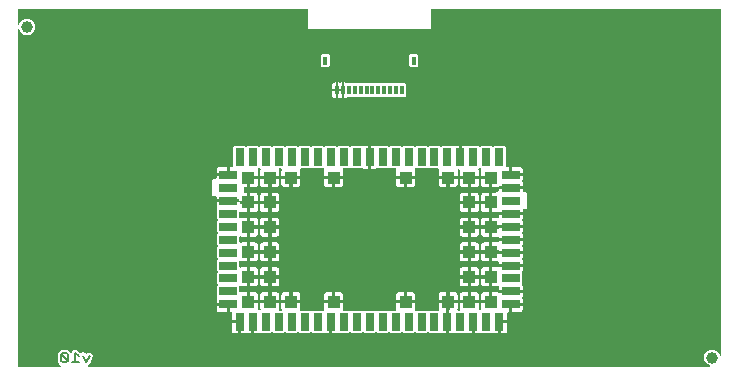
<source format=gbl>
G04 EAGLE Gerber RS-274X export*
G75*
%MOMM*%
%FSLAX34Y34*%
%LPD*%
%INBottom Copper*%
%IPPOS*%
%AMOC8*
5,1,8,0,0,1.08239X$1,22.5*%
G01*
%ADD10C,0.203200*%
%ADD11C,1.000000*%
%ADD12R,0.300000X0.800000*%
%ADD13R,0.400000X0.800000*%
%ADD14R,0.800000X1.500000*%
%ADD15R,1.500000X0.800000*%
%ADD16R,1.100000X1.100000*%

G36*
X38427Y2040D02*
X38427Y2040D01*
X38498Y2042D01*
X38547Y2060D01*
X38599Y2068D01*
X38662Y2102D01*
X38729Y2127D01*
X38770Y2159D01*
X38816Y2184D01*
X38866Y2236D01*
X38922Y2280D01*
X38950Y2324D01*
X38986Y2362D01*
X39016Y2427D01*
X39055Y2487D01*
X39067Y2538D01*
X39089Y2585D01*
X39097Y2656D01*
X39115Y2726D01*
X39111Y2778D01*
X39116Y2829D01*
X39101Y2900D01*
X39095Y2971D01*
X39075Y3019D01*
X39064Y3070D01*
X39027Y3131D01*
X38999Y3197D01*
X38954Y3253D01*
X38938Y3281D01*
X38920Y3296D01*
X38894Y3328D01*
X37221Y5001D01*
X36088Y6134D01*
X36088Y13873D01*
X37948Y15733D01*
X39081Y16866D01*
X44108Y16866D01*
X45968Y15006D01*
X46856Y14118D01*
X46914Y14076D01*
X46966Y14027D01*
X47013Y14005D01*
X47055Y13975D01*
X47124Y13954D01*
X47189Y13923D01*
X47241Y13918D01*
X47291Y13902D01*
X47362Y13904D01*
X47433Y13896D01*
X47484Y13907D01*
X47536Y13909D01*
X47604Y13933D01*
X47674Y13948D01*
X47718Y13975D01*
X47767Y13993D01*
X47823Y14038D01*
X47885Y14075D01*
X47919Y14114D01*
X47959Y14147D01*
X47998Y14207D01*
X48045Y14262D01*
X48064Y14310D01*
X48092Y14354D01*
X48110Y14423D01*
X48137Y14490D01*
X48145Y14561D01*
X48153Y14592D01*
X48151Y14616D01*
X48155Y14656D01*
X48155Y15229D01*
X49792Y16866D01*
X52108Y16866D01*
X53968Y15006D01*
X55136Y13837D01*
X55153Y13825D01*
X55166Y13809D01*
X55253Y13753D01*
X55336Y13694D01*
X55356Y13687D01*
X55374Y13676D01*
X55473Y13651D01*
X55571Y13621D01*
X55592Y13622D01*
X55612Y13617D01*
X55714Y13625D01*
X55817Y13628D01*
X55837Y13635D01*
X55857Y13637D01*
X56015Y13695D01*
X57379Y14377D01*
X59575Y13645D01*
X59624Y13547D01*
X59635Y13533D01*
X59641Y13516D01*
X59707Y13433D01*
X59768Y13348D01*
X59783Y13337D01*
X59794Y13323D01*
X59883Y13266D01*
X59968Y13205D01*
X59986Y13199D01*
X60000Y13190D01*
X60103Y13164D01*
X60204Y13133D01*
X60222Y13133D01*
X60239Y13129D01*
X60344Y13137D01*
X60450Y13140D01*
X60466Y13146D01*
X60484Y13147D01*
X60581Y13189D01*
X60680Y13225D01*
X60694Y13236D01*
X60711Y13243D01*
X60790Y13313D01*
X60872Y13379D01*
X60882Y13394D01*
X60895Y13406D01*
X60986Y13547D01*
X61035Y13645D01*
X63231Y14377D01*
X65302Y13341D01*
X66034Y11145D01*
X62918Y4912D01*
X62908Y4881D01*
X62877Y4813D01*
X62588Y3947D01*
X62585Y3944D01*
X62550Y3930D01*
X62486Y3873D01*
X62416Y3822D01*
X62394Y3792D01*
X62366Y3767D01*
X62292Y3652D01*
X61871Y3512D01*
X61870Y3512D01*
X61869Y3511D01*
X61767Y3457D01*
X61654Y3398D01*
X61653Y3397D01*
X61652Y3396D01*
X61572Y3312D01*
X61484Y3220D01*
X61483Y3219D01*
X61483Y3218D01*
X61432Y3109D01*
X61379Y2997D01*
X61379Y2996D01*
X61379Y2995D01*
X61366Y2877D01*
X61352Y2753D01*
X61352Y2752D01*
X61352Y2751D01*
X61377Y2634D01*
X61403Y2512D01*
X61404Y2511D01*
X61404Y2510D01*
X61467Y2405D01*
X61529Y2301D01*
X61530Y2300D01*
X61530Y2299D01*
X61625Y2218D01*
X61715Y2140D01*
X61716Y2140D01*
X61717Y2139D01*
X61832Y2093D01*
X61943Y2048D01*
X61944Y2048D01*
X61945Y2047D01*
X62112Y2029D01*
X587704Y2029D01*
X587800Y2044D01*
X587897Y2054D01*
X587921Y2064D01*
X587946Y2068D01*
X588032Y2114D01*
X588121Y2154D01*
X588141Y2171D01*
X588164Y2184D01*
X588231Y2254D01*
X588303Y2320D01*
X588315Y2343D01*
X588333Y2362D01*
X588374Y2450D01*
X588421Y2536D01*
X588426Y2561D01*
X588437Y2585D01*
X588447Y2682D01*
X588465Y2778D01*
X588461Y2804D01*
X588464Y2829D01*
X588443Y2925D01*
X588429Y3021D01*
X588417Y3044D01*
X588412Y3070D01*
X588362Y3153D01*
X588318Y3240D01*
X588299Y3259D01*
X588285Y3281D01*
X588212Y3344D01*
X588142Y3412D01*
X588113Y3428D01*
X588099Y3441D01*
X588068Y3453D01*
X587995Y3493D01*
X586160Y4253D01*
X584253Y6160D01*
X583221Y8652D01*
X583221Y11348D01*
X584253Y13840D01*
X586160Y15747D01*
X588652Y16779D01*
X591348Y16779D01*
X593840Y15747D01*
X595747Y13840D01*
X596507Y12005D01*
X596558Y11922D01*
X596604Y11836D01*
X596622Y11818D01*
X596636Y11796D01*
X596712Y11734D01*
X596782Y11667D01*
X596806Y11656D01*
X596826Y11639D01*
X596917Y11604D01*
X597005Y11563D01*
X597031Y11560D01*
X597055Y11551D01*
X597153Y11547D01*
X597249Y11536D01*
X597275Y11542D01*
X597301Y11541D01*
X597395Y11568D01*
X597490Y11588D01*
X597512Y11602D01*
X597537Y11609D01*
X597617Y11665D01*
X597701Y11715D01*
X597718Y11734D01*
X597739Y11749D01*
X597798Y11828D01*
X597861Y11901D01*
X597871Y11926D01*
X597886Y11947D01*
X597916Y12039D01*
X597953Y12130D01*
X597956Y12162D01*
X597962Y12181D01*
X597962Y12214D01*
X597971Y12296D01*
X597971Y304210D01*
X597968Y304230D01*
X597970Y304249D01*
X597948Y304351D01*
X597932Y304453D01*
X597922Y304470D01*
X597918Y304490D01*
X597865Y304579D01*
X597816Y304670D01*
X597802Y304684D01*
X597792Y304701D01*
X597713Y304768D01*
X597638Y304840D01*
X597620Y304848D01*
X597605Y304861D01*
X597509Y304900D01*
X597415Y304943D01*
X597395Y304945D01*
X597377Y304953D01*
X597210Y304971D01*
X352790Y304971D01*
X352770Y304968D01*
X352751Y304970D01*
X352649Y304948D01*
X352547Y304932D01*
X352530Y304922D01*
X352510Y304918D01*
X352421Y304865D01*
X352330Y304816D01*
X352316Y304802D01*
X352299Y304792D01*
X352232Y304713D01*
X352160Y304638D01*
X352152Y304620D01*
X352139Y304605D01*
X352100Y304509D01*
X352057Y304415D01*
X352055Y304395D01*
X352047Y304377D01*
X352029Y304210D01*
X352029Y289160D01*
X350840Y287971D01*
X249160Y287971D01*
X247971Y289160D01*
X247971Y304210D01*
X247968Y304230D01*
X247970Y304249D01*
X247948Y304351D01*
X247932Y304453D01*
X247922Y304470D01*
X247918Y304490D01*
X247865Y304579D01*
X247816Y304670D01*
X247802Y304684D01*
X247792Y304701D01*
X247713Y304768D01*
X247638Y304840D01*
X247620Y304848D01*
X247605Y304861D01*
X247509Y304900D01*
X247415Y304943D01*
X247395Y304945D01*
X247377Y304953D01*
X247210Y304971D01*
X2790Y304971D01*
X2770Y304968D01*
X2751Y304970D01*
X2649Y304948D01*
X2547Y304932D01*
X2530Y304922D01*
X2510Y304918D01*
X2421Y304865D01*
X2330Y304816D01*
X2316Y304802D01*
X2299Y304792D01*
X2232Y304713D01*
X2160Y304638D01*
X2152Y304620D01*
X2139Y304605D01*
X2100Y304509D01*
X2057Y304415D01*
X2055Y304395D01*
X2047Y304377D01*
X2029Y304210D01*
X2029Y292296D01*
X2044Y292200D01*
X2054Y292103D01*
X2064Y292079D01*
X2068Y292054D01*
X2114Y291968D01*
X2154Y291879D01*
X2171Y291859D01*
X2184Y291836D01*
X2254Y291769D01*
X2320Y291697D01*
X2343Y291685D01*
X2362Y291667D01*
X2450Y291626D01*
X2536Y291579D01*
X2561Y291574D01*
X2585Y291563D01*
X2682Y291553D01*
X2778Y291535D01*
X2804Y291539D01*
X2829Y291536D01*
X2925Y291557D01*
X3021Y291571D01*
X3044Y291583D01*
X3070Y291588D01*
X3153Y291638D01*
X3240Y291682D01*
X3259Y291701D01*
X3281Y291715D01*
X3344Y291788D01*
X3412Y291858D01*
X3428Y291887D01*
X3441Y291901D01*
X3453Y291932D01*
X3493Y292005D01*
X4253Y293840D01*
X6160Y295747D01*
X8652Y296779D01*
X11348Y296779D01*
X13840Y295747D01*
X15747Y293840D01*
X16779Y291348D01*
X16779Y288652D01*
X15747Y286160D01*
X13840Y284253D01*
X11348Y283221D01*
X8652Y283221D01*
X6160Y284253D01*
X4253Y286160D01*
X3493Y287995D01*
X3442Y288078D01*
X3396Y288164D01*
X3378Y288182D01*
X3364Y288204D01*
X3288Y288266D01*
X3218Y288333D01*
X3194Y288344D01*
X3174Y288361D01*
X3083Y288396D01*
X2995Y288437D01*
X2969Y288440D01*
X2945Y288449D01*
X2847Y288453D01*
X2751Y288464D01*
X2725Y288458D01*
X2699Y288459D01*
X2605Y288432D01*
X2510Y288412D01*
X2488Y288398D01*
X2463Y288391D01*
X2383Y288335D01*
X2299Y288285D01*
X2282Y288266D01*
X2261Y288251D01*
X2202Y288172D01*
X2139Y288099D01*
X2129Y288074D01*
X2114Y288053D01*
X2084Y287961D01*
X2047Y287870D01*
X2044Y287838D01*
X2038Y287819D01*
X2038Y287786D01*
X2029Y287704D01*
X2029Y2790D01*
X2032Y2770D01*
X2030Y2751D01*
X2052Y2649D01*
X2068Y2547D01*
X2078Y2530D01*
X2082Y2510D01*
X2135Y2421D01*
X2184Y2330D01*
X2198Y2316D01*
X2208Y2299D01*
X2287Y2232D01*
X2362Y2160D01*
X2380Y2152D01*
X2395Y2139D01*
X2491Y2100D01*
X2585Y2057D01*
X2605Y2055D01*
X2623Y2047D01*
X2790Y2029D01*
X38356Y2029D01*
X38427Y2040D01*
G37*
%LPC*%
G36*
X191523Y30459D02*
X191523Y30459D01*
X191523Y39738D01*
X191520Y39758D01*
X191522Y39777D01*
X191500Y39879D01*
X191483Y39981D01*
X191474Y39998D01*
X191470Y40018D01*
X191417Y40107D01*
X191368Y40198D01*
X191354Y40212D01*
X191344Y40229D01*
X191265Y40296D01*
X191190Y40367D01*
X191172Y40376D01*
X191157Y40389D01*
X191061Y40428D01*
X190967Y40471D01*
X190947Y40473D01*
X190929Y40481D01*
X190762Y40499D01*
X189999Y40499D01*
X189999Y41262D01*
X189996Y41282D01*
X189998Y41301D01*
X189976Y41403D01*
X189959Y41505D01*
X189950Y41522D01*
X189946Y41542D01*
X189893Y41631D01*
X189844Y41722D01*
X189830Y41736D01*
X189820Y41753D01*
X189741Y41820D01*
X189666Y41891D01*
X189648Y41900D01*
X189633Y41913D01*
X189537Y41952D01*
X189443Y41995D01*
X189423Y41997D01*
X189405Y42005D01*
X189238Y42023D01*
X183459Y42023D01*
X183459Y47698D01*
X183456Y47718D01*
X183458Y47737D01*
X183436Y47839D01*
X183420Y47941D01*
X183410Y47958D01*
X183406Y47978D01*
X183353Y48067D01*
X183304Y48158D01*
X183290Y48172D01*
X183280Y48189D01*
X183201Y48256D01*
X183126Y48328D01*
X183108Y48336D01*
X183093Y48349D01*
X182997Y48388D01*
X182903Y48431D01*
X182883Y48433D01*
X182865Y48441D01*
X182698Y48459D01*
X182023Y48459D01*
X182023Y54238D01*
X182020Y54258D01*
X182022Y54277D01*
X182000Y54379D01*
X181983Y54481D01*
X181974Y54498D01*
X181970Y54518D01*
X181917Y54607D01*
X181868Y54698D01*
X181854Y54712D01*
X181844Y54729D01*
X181765Y54796D01*
X181690Y54867D01*
X181672Y54876D01*
X181657Y54889D01*
X181561Y54928D01*
X181467Y54971D01*
X181447Y54973D01*
X181429Y54981D01*
X181262Y54999D01*
X180499Y54999D01*
X180499Y55762D01*
X180496Y55782D01*
X180498Y55801D01*
X180476Y55903D01*
X180459Y56005D01*
X180450Y56022D01*
X180446Y56042D01*
X180393Y56131D01*
X180344Y56222D01*
X180330Y56236D01*
X180320Y56253D01*
X180241Y56320D01*
X180166Y56391D01*
X180148Y56400D01*
X180133Y56413D01*
X180037Y56452D01*
X179943Y56495D01*
X179923Y56497D01*
X179905Y56505D01*
X179738Y56523D01*
X170459Y56523D01*
X170459Y59334D01*
X170632Y59981D01*
X170967Y60560D01*
X170998Y60591D01*
X171051Y60665D01*
X171111Y60735D01*
X171123Y60765D01*
X171142Y60791D01*
X171169Y60878D01*
X171203Y60963D01*
X171207Y61004D01*
X171214Y61026D01*
X171213Y61058D01*
X171221Y61130D01*
X171221Y70737D01*
X171240Y70755D01*
X171293Y70829D01*
X171352Y70899D01*
X171364Y70929D01*
X171383Y70955D01*
X171410Y71042D01*
X171419Y71063D01*
X171434Y71097D01*
X171435Y71105D01*
X171444Y71127D01*
X171449Y71168D01*
X171456Y71190D01*
X171455Y71222D01*
X171463Y71293D01*
X171463Y71707D01*
X171448Y71797D01*
X171441Y71888D01*
X171428Y71917D01*
X171423Y71949D01*
X171380Y72030D01*
X171344Y72114D01*
X171319Y72146D01*
X171308Y72167D01*
X171284Y72189D01*
X171240Y72245D01*
X171221Y72263D01*
X171221Y81737D01*
X171240Y81755D01*
X171293Y81829D01*
X171352Y81899D01*
X171364Y81929D01*
X171383Y81955D01*
X171410Y82042D01*
X171444Y82127D01*
X171449Y82168D01*
X171456Y82190D01*
X171455Y82222D01*
X171463Y82293D01*
X171463Y82707D01*
X171448Y82797D01*
X171441Y82888D01*
X171428Y82917D01*
X171423Y82949D01*
X171380Y83030D01*
X171344Y83114D01*
X171319Y83146D01*
X171308Y83167D01*
X171284Y83189D01*
X171276Y83199D01*
X171268Y83212D01*
X171260Y83219D01*
X171240Y83245D01*
X171221Y83263D01*
X171221Y92737D01*
X171240Y92755D01*
X171293Y92829D01*
X171352Y92899D01*
X171364Y92929D01*
X171383Y92955D01*
X171410Y93042D01*
X171444Y93127D01*
X171449Y93168D01*
X171456Y93190D01*
X171455Y93222D01*
X171463Y93293D01*
X171463Y93707D01*
X171448Y93797D01*
X171441Y93888D01*
X171428Y93917D01*
X171423Y93949D01*
X171380Y94030D01*
X171344Y94114D01*
X171319Y94146D01*
X171308Y94167D01*
X171284Y94189D01*
X171240Y94245D01*
X171221Y94263D01*
X171221Y103737D01*
X171240Y103755D01*
X171293Y103829D01*
X171352Y103899D01*
X171364Y103929D01*
X171383Y103955D01*
X171410Y104042D01*
X171444Y104127D01*
X171449Y104168D01*
X171456Y104190D01*
X171455Y104222D01*
X171463Y104293D01*
X171463Y104707D01*
X171448Y104797D01*
X171441Y104888D01*
X171428Y104917D01*
X171423Y104949D01*
X171380Y105030D01*
X171344Y105114D01*
X171319Y105146D01*
X171308Y105167D01*
X171284Y105189D01*
X171240Y105245D01*
X171221Y105263D01*
X171221Y114737D01*
X171240Y114755D01*
X171293Y114829D01*
X171352Y114899D01*
X171364Y114929D01*
X171383Y114955D01*
X171410Y115042D01*
X171444Y115127D01*
X171449Y115168D01*
X171456Y115190D01*
X171455Y115222D01*
X171463Y115293D01*
X171463Y115707D01*
X171448Y115797D01*
X171441Y115888D01*
X171428Y115917D01*
X171423Y115949D01*
X171380Y116030D01*
X171344Y116114D01*
X171319Y116146D01*
X171308Y116167D01*
X171284Y116189D01*
X171240Y116245D01*
X171221Y116263D01*
X171221Y125737D01*
X171240Y125755D01*
X171293Y125829D01*
X171352Y125899D01*
X171364Y125929D01*
X171383Y125955D01*
X171410Y126042D01*
X171444Y126127D01*
X171449Y126168D01*
X171456Y126190D01*
X171455Y126222D01*
X171463Y126293D01*
X171463Y126707D01*
X171448Y126797D01*
X171441Y126888D01*
X171428Y126917D01*
X171423Y126949D01*
X171380Y127030D01*
X171344Y127114D01*
X171319Y127146D01*
X171308Y127167D01*
X171284Y127189D01*
X171240Y127245D01*
X171221Y127263D01*
X171221Y136870D01*
X171207Y136960D01*
X171199Y137051D01*
X171187Y137081D01*
X171182Y137113D01*
X171139Y137194D01*
X171103Y137278D01*
X171077Y137310D01*
X171066Y137330D01*
X171043Y137353D01*
X170998Y137409D01*
X170967Y137440D01*
X170632Y138019D01*
X170459Y138666D01*
X170459Y141477D01*
X179738Y141477D01*
X179758Y141480D01*
X179777Y141478D01*
X179879Y141500D01*
X179981Y141517D01*
X179998Y141526D01*
X180018Y141530D01*
X180107Y141583D01*
X180198Y141632D01*
X180212Y141646D01*
X180229Y141656D01*
X180296Y141735D01*
X180367Y141810D01*
X180376Y141828D01*
X180389Y141843D01*
X180428Y141939D01*
X180471Y142033D01*
X180473Y142053D01*
X180481Y142071D01*
X180499Y142238D01*
X180499Y143762D01*
X180496Y143782D01*
X180498Y143801D01*
X180476Y143903D01*
X180459Y144005D01*
X180450Y144022D01*
X180446Y144042D01*
X180393Y144131D01*
X180344Y144222D01*
X180330Y144236D01*
X180320Y144253D01*
X180241Y144320D01*
X180166Y144391D01*
X180148Y144400D01*
X180133Y144413D01*
X180037Y144452D01*
X179943Y144495D01*
X179923Y144497D01*
X179905Y144505D01*
X179738Y144523D01*
X170459Y144523D01*
X170459Y145714D01*
X170456Y145734D01*
X170458Y145753D01*
X170436Y145855D01*
X170420Y145957D01*
X170410Y145974D01*
X170406Y145994D01*
X170353Y146083D01*
X170304Y146174D01*
X170290Y146188D01*
X170280Y146205D01*
X170201Y146272D01*
X170126Y146344D01*
X170108Y146352D01*
X170093Y146365D01*
X169997Y146404D01*
X169903Y146447D01*
X169883Y146449D01*
X169865Y146457D01*
X169698Y146475D01*
X167368Y146475D01*
X166475Y147368D01*
X166475Y160632D01*
X167368Y161525D01*
X169698Y161525D01*
X169718Y161528D01*
X169737Y161526D01*
X169839Y161548D01*
X169941Y161564D01*
X169958Y161574D01*
X169978Y161578D01*
X170067Y161631D01*
X170158Y161680D01*
X170172Y161694D01*
X170189Y161704D01*
X170256Y161783D01*
X170328Y161858D01*
X170336Y161876D01*
X170349Y161891D01*
X170388Y161987D01*
X170431Y162081D01*
X170433Y162101D01*
X170441Y162119D01*
X170459Y162286D01*
X170459Y163477D01*
X179738Y163477D01*
X179758Y163480D01*
X179777Y163478D01*
X179879Y163500D01*
X179981Y163517D01*
X179998Y163526D01*
X180018Y163530D01*
X180107Y163583D01*
X180198Y163632D01*
X180212Y163646D01*
X180229Y163656D01*
X180296Y163735D01*
X180367Y163810D01*
X180376Y163828D01*
X180389Y163843D01*
X180428Y163939D01*
X180471Y164033D01*
X180473Y164053D01*
X180481Y164071D01*
X180499Y164238D01*
X180499Y165001D01*
X181262Y165001D01*
X181282Y165004D01*
X181301Y165002D01*
X181403Y165024D01*
X181505Y165041D01*
X181522Y165050D01*
X181542Y165054D01*
X181631Y165107D01*
X181722Y165156D01*
X181736Y165170D01*
X181753Y165180D01*
X181820Y165259D01*
X181891Y165334D01*
X181900Y165352D01*
X181913Y165367D01*
X181952Y165463D01*
X181995Y165557D01*
X181997Y165577D01*
X182005Y165595D01*
X182023Y165762D01*
X182023Y171541D01*
X183460Y171541D01*
X183480Y171544D01*
X183499Y171542D01*
X183601Y171564D01*
X183703Y171580D01*
X183720Y171590D01*
X183740Y171594D01*
X183829Y171647D01*
X183920Y171696D01*
X183934Y171710D01*
X183951Y171720D01*
X184018Y171799D01*
X184090Y171874D01*
X184098Y171892D01*
X184111Y171907D01*
X184150Y172003D01*
X184193Y172097D01*
X184195Y172117D01*
X184203Y172135D01*
X184221Y172302D01*
X184221Y187737D01*
X185263Y188779D01*
X194737Y188779D01*
X194755Y188760D01*
X194829Y188707D01*
X194898Y188648D01*
X194929Y188636D01*
X194955Y188617D01*
X195042Y188590D01*
X195127Y188556D01*
X195168Y188551D01*
X195190Y188545D01*
X195222Y188545D01*
X195293Y188537D01*
X195707Y188537D01*
X195797Y188552D01*
X195888Y188559D01*
X195917Y188572D01*
X195949Y188577D01*
X196030Y188620D01*
X196114Y188656D01*
X196146Y188681D01*
X196167Y188692D01*
X196189Y188716D01*
X196245Y188760D01*
X196263Y188779D01*
X205737Y188779D01*
X205755Y188760D01*
X205829Y188707D01*
X205898Y188648D01*
X205929Y188636D01*
X205955Y188617D01*
X206042Y188590D01*
X206127Y188556D01*
X206168Y188551D01*
X206190Y188545D01*
X206222Y188545D01*
X206293Y188537D01*
X206707Y188537D01*
X206797Y188552D01*
X206888Y188559D01*
X206917Y188572D01*
X206949Y188577D01*
X207030Y188620D01*
X207114Y188656D01*
X207146Y188681D01*
X207167Y188692D01*
X207189Y188716D01*
X207245Y188760D01*
X207263Y188779D01*
X216737Y188779D01*
X216755Y188760D01*
X216829Y188707D01*
X216898Y188648D01*
X216929Y188636D01*
X216955Y188617D01*
X217042Y188590D01*
X217127Y188556D01*
X217168Y188551D01*
X217190Y188545D01*
X217222Y188545D01*
X217293Y188537D01*
X217707Y188537D01*
X217797Y188552D01*
X217888Y188559D01*
X217917Y188572D01*
X217949Y188577D01*
X218030Y188620D01*
X218114Y188656D01*
X218146Y188681D01*
X218167Y188692D01*
X218189Y188716D01*
X218245Y188760D01*
X218263Y188779D01*
X227737Y188779D01*
X227755Y188760D01*
X227829Y188707D01*
X227898Y188648D01*
X227929Y188636D01*
X227955Y188617D01*
X228042Y188590D01*
X228127Y188556D01*
X228168Y188551D01*
X228190Y188545D01*
X228222Y188545D01*
X228293Y188537D01*
X228707Y188537D01*
X228797Y188552D01*
X228888Y188559D01*
X228917Y188572D01*
X228949Y188577D01*
X229030Y188620D01*
X229114Y188656D01*
X229146Y188681D01*
X229167Y188692D01*
X229189Y188716D01*
X229245Y188760D01*
X229263Y188779D01*
X238737Y188779D01*
X238755Y188760D01*
X238829Y188707D01*
X238898Y188648D01*
X238929Y188636D01*
X238955Y188617D01*
X239042Y188590D01*
X239127Y188556D01*
X239168Y188551D01*
X239190Y188545D01*
X239222Y188545D01*
X239293Y188537D01*
X239707Y188537D01*
X239797Y188552D01*
X239888Y188559D01*
X239917Y188572D01*
X239949Y188577D01*
X240030Y188620D01*
X240114Y188656D01*
X240146Y188681D01*
X240167Y188692D01*
X240189Y188716D01*
X240245Y188760D01*
X240263Y188779D01*
X249737Y188779D01*
X249755Y188760D01*
X249829Y188707D01*
X249898Y188648D01*
X249929Y188636D01*
X249955Y188617D01*
X250042Y188590D01*
X250127Y188556D01*
X250168Y188551D01*
X250190Y188545D01*
X250222Y188545D01*
X250293Y188537D01*
X250707Y188537D01*
X250797Y188552D01*
X250888Y188559D01*
X250917Y188572D01*
X250949Y188577D01*
X251030Y188620D01*
X251114Y188656D01*
X251146Y188681D01*
X251167Y188692D01*
X251189Y188716D01*
X251245Y188760D01*
X251263Y188779D01*
X260737Y188779D01*
X260755Y188760D01*
X260829Y188707D01*
X260898Y188648D01*
X260929Y188636D01*
X260955Y188617D01*
X261042Y188590D01*
X261127Y188556D01*
X261168Y188551D01*
X261190Y188545D01*
X261222Y188545D01*
X261293Y188537D01*
X261707Y188537D01*
X261797Y188552D01*
X261888Y188559D01*
X261917Y188572D01*
X261949Y188577D01*
X262030Y188620D01*
X262114Y188656D01*
X262146Y188681D01*
X262167Y188692D01*
X262189Y188716D01*
X262245Y188760D01*
X262263Y188779D01*
X271737Y188779D01*
X271755Y188760D01*
X271829Y188707D01*
X271898Y188648D01*
X271929Y188636D01*
X271955Y188617D01*
X272042Y188590D01*
X272127Y188556D01*
X272168Y188551D01*
X272190Y188545D01*
X272222Y188545D01*
X272293Y188537D01*
X272707Y188537D01*
X272797Y188552D01*
X272888Y188559D01*
X272917Y188572D01*
X272949Y188577D01*
X273030Y188620D01*
X273114Y188656D01*
X273146Y188681D01*
X273167Y188692D01*
X273189Y188716D01*
X273245Y188760D01*
X273263Y188779D01*
X282737Y188779D01*
X282755Y188760D01*
X282829Y188707D01*
X282898Y188648D01*
X282929Y188636D01*
X282955Y188617D01*
X283042Y188590D01*
X283127Y188556D01*
X283168Y188551D01*
X283190Y188545D01*
X283222Y188545D01*
X283293Y188537D01*
X283707Y188537D01*
X283797Y188552D01*
X283888Y188559D01*
X283917Y188572D01*
X283949Y188577D01*
X284030Y188620D01*
X284114Y188656D01*
X284146Y188681D01*
X284167Y188692D01*
X284189Y188716D01*
X284245Y188760D01*
X284263Y188779D01*
X293870Y188779D01*
X293960Y188793D01*
X294051Y188801D01*
X294081Y188813D01*
X294113Y188818D01*
X294194Y188861D01*
X294278Y188897D01*
X294310Y188923D01*
X294330Y188934D01*
X294353Y188957D01*
X294409Y189002D01*
X294440Y189033D01*
X295019Y189368D01*
X295666Y189541D01*
X298477Y189541D01*
X298477Y180262D01*
X298480Y180242D01*
X298478Y180223D01*
X298500Y180121D01*
X298517Y180019D01*
X298526Y180002D01*
X298530Y179982D01*
X298583Y179893D01*
X298632Y179802D01*
X298646Y179788D01*
X298656Y179771D01*
X298735Y179704D01*
X298810Y179633D01*
X298828Y179624D01*
X298843Y179611D01*
X298939Y179572D01*
X299033Y179529D01*
X299053Y179527D01*
X299071Y179519D01*
X299238Y179501D01*
X300762Y179501D01*
X300782Y179504D01*
X300801Y179502D01*
X300903Y179524D01*
X301005Y179541D01*
X301022Y179550D01*
X301042Y179554D01*
X301131Y179607D01*
X301222Y179656D01*
X301236Y179670D01*
X301253Y179680D01*
X301320Y179759D01*
X301391Y179834D01*
X301400Y179852D01*
X301413Y179867D01*
X301452Y179963D01*
X301495Y180057D01*
X301497Y180077D01*
X301505Y180095D01*
X301523Y180262D01*
X301523Y189541D01*
X304334Y189541D01*
X304981Y189368D01*
X305560Y189033D01*
X305591Y189002D01*
X305665Y188949D01*
X305735Y188889D01*
X305765Y188877D01*
X305791Y188858D01*
X305878Y188831D01*
X305963Y188797D01*
X306004Y188793D01*
X306026Y188786D01*
X306058Y188787D01*
X306130Y188779D01*
X315737Y188779D01*
X315755Y188760D01*
X315829Y188707D01*
X315898Y188648D01*
X315929Y188636D01*
X315955Y188617D01*
X316042Y188590D01*
X316127Y188556D01*
X316168Y188551D01*
X316190Y188545D01*
X316222Y188545D01*
X316293Y188537D01*
X316707Y188537D01*
X316797Y188552D01*
X316888Y188559D01*
X316917Y188572D01*
X316949Y188577D01*
X317030Y188620D01*
X317114Y188656D01*
X317146Y188681D01*
X317167Y188692D01*
X317189Y188716D01*
X317245Y188760D01*
X317263Y188779D01*
X326737Y188779D01*
X326755Y188760D01*
X326829Y188707D01*
X326898Y188648D01*
X326929Y188636D01*
X326955Y188617D01*
X327042Y188590D01*
X327127Y188556D01*
X327168Y188551D01*
X327190Y188545D01*
X327222Y188545D01*
X327293Y188537D01*
X327707Y188537D01*
X327797Y188552D01*
X327888Y188559D01*
X327917Y188572D01*
X327949Y188577D01*
X328030Y188620D01*
X328114Y188656D01*
X328146Y188681D01*
X328167Y188692D01*
X328189Y188716D01*
X328245Y188760D01*
X328263Y188779D01*
X337737Y188779D01*
X337755Y188760D01*
X337829Y188707D01*
X337898Y188648D01*
X337929Y188636D01*
X337955Y188617D01*
X338042Y188590D01*
X338127Y188556D01*
X338168Y188551D01*
X338190Y188545D01*
X338222Y188545D01*
X338293Y188537D01*
X338707Y188537D01*
X338797Y188552D01*
X338888Y188559D01*
X338917Y188572D01*
X338949Y188577D01*
X339030Y188620D01*
X339114Y188656D01*
X339146Y188681D01*
X339167Y188692D01*
X339189Y188716D01*
X339245Y188760D01*
X339263Y188779D01*
X348737Y188779D01*
X348755Y188760D01*
X348829Y188707D01*
X348898Y188648D01*
X348929Y188636D01*
X348955Y188617D01*
X349042Y188590D01*
X349127Y188556D01*
X349168Y188551D01*
X349190Y188545D01*
X349222Y188545D01*
X349293Y188537D01*
X349707Y188537D01*
X349797Y188552D01*
X349888Y188559D01*
X349917Y188572D01*
X349949Y188577D01*
X350030Y188620D01*
X350114Y188656D01*
X350146Y188681D01*
X350167Y188692D01*
X350189Y188716D01*
X350245Y188760D01*
X350263Y188779D01*
X359737Y188779D01*
X359755Y188760D01*
X359829Y188707D01*
X359899Y188648D01*
X359929Y188636D01*
X359955Y188617D01*
X360042Y188590D01*
X360127Y188556D01*
X360168Y188551D01*
X360190Y188545D01*
X360222Y188545D01*
X360293Y188537D01*
X360707Y188537D01*
X360797Y188552D01*
X360888Y188559D01*
X360917Y188572D01*
X360949Y188577D01*
X361030Y188620D01*
X361114Y188656D01*
X361146Y188681D01*
X361167Y188692D01*
X361189Y188716D01*
X361245Y188760D01*
X361263Y188779D01*
X370870Y188779D01*
X370960Y188793D01*
X371051Y188801D01*
X371081Y188813D01*
X371113Y188818D01*
X371194Y188861D01*
X371278Y188897D01*
X371310Y188923D01*
X371330Y188934D01*
X371353Y188957D01*
X371409Y189002D01*
X371440Y189033D01*
X372019Y189368D01*
X372666Y189541D01*
X375477Y189541D01*
X375477Y180262D01*
X375480Y180242D01*
X375478Y180223D01*
X375500Y180121D01*
X375517Y180019D01*
X375526Y180002D01*
X375530Y179982D01*
X375583Y179893D01*
X375632Y179802D01*
X375646Y179788D01*
X375656Y179771D01*
X375735Y179704D01*
X375810Y179633D01*
X375828Y179624D01*
X375843Y179611D01*
X375939Y179572D01*
X376033Y179529D01*
X376053Y179527D01*
X376071Y179519D01*
X376238Y179501D01*
X377762Y179501D01*
X377782Y179504D01*
X377801Y179502D01*
X377903Y179524D01*
X378005Y179541D01*
X378022Y179550D01*
X378042Y179554D01*
X378131Y179607D01*
X378222Y179656D01*
X378236Y179670D01*
X378253Y179680D01*
X378320Y179759D01*
X378391Y179834D01*
X378400Y179852D01*
X378413Y179867D01*
X378452Y179963D01*
X378495Y180057D01*
X378497Y180077D01*
X378505Y180095D01*
X378523Y180262D01*
X378523Y189541D01*
X381334Y189541D01*
X381981Y189368D01*
X382560Y189033D01*
X382591Y189002D01*
X382665Y188949D01*
X382735Y188889D01*
X382765Y188877D01*
X382791Y188858D01*
X382878Y188831D01*
X382963Y188797D01*
X383004Y188793D01*
X383026Y188786D01*
X383058Y188787D01*
X383130Y188779D01*
X392737Y188779D01*
X392755Y188760D01*
X392829Y188707D01*
X392899Y188648D01*
X392929Y188636D01*
X392955Y188617D01*
X393042Y188590D01*
X393127Y188556D01*
X393168Y188551D01*
X393190Y188545D01*
X393222Y188545D01*
X393293Y188537D01*
X393707Y188537D01*
X393797Y188552D01*
X393888Y188559D01*
X393917Y188572D01*
X393949Y188577D01*
X394030Y188620D01*
X394114Y188656D01*
X394146Y188681D01*
X394167Y188692D01*
X394189Y188716D01*
X394245Y188760D01*
X394263Y188779D01*
X403737Y188779D01*
X403755Y188760D01*
X403829Y188707D01*
X403899Y188648D01*
X403929Y188636D01*
X403955Y188617D01*
X404042Y188590D01*
X404127Y188556D01*
X404168Y188551D01*
X404190Y188545D01*
X404222Y188545D01*
X404293Y188537D01*
X404707Y188537D01*
X404797Y188552D01*
X404888Y188559D01*
X404917Y188572D01*
X404949Y188577D01*
X405030Y188620D01*
X405114Y188656D01*
X405146Y188681D01*
X405167Y188692D01*
X405189Y188716D01*
X405245Y188760D01*
X405263Y188779D01*
X414737Y188779D01*
X415779Y187737D01*
X415779Y172302D01*
X415782Y172282D01*
X415780Y172263D01*
X415802Y172161D01*
X415818Y172059D01*
X415828Y172042D01*
X415832Y172022D01*
X415885Y171933D01*
X415934Y171842D01*
X415948Y171828D01*
X415958Y171811D01*
X416037Y171744D01*
X416112Y171672D01*
X416130Y171664D01*
X416145Y171651D01*
X416241Y171612D01*
X416335Y171569D01*
X416355Y171567D01*
X416373Y171559D01*
X416540Y171541D01*
X417977Y171541D01*
X417977Y165762D01*
X417980Y165742D01*
X417978Y165723D01*
X418000Y165621D01*
X418017Y165519D01*
X418026Y165502D01*
X418030Y165482D01*
X418083Y165393D01*
X418132Y165302D01*
X418146Y165288D01*
X418156Y165271D01*
X418235Y165204D01*
X418310Y165133D01*
X418328Y165124D01*
X418343Y165111D01*
X418439Y165072D01*
X418533Y165029D01*
X418553Y165027D01*
X418571Y165019D01*
X418738Y165001D01*
X419501Y165001D01*
X419501Y164238D01*
X419504Y164218D01*
X419502Y164199D01*
X419524Y164097D01*
X419541Y163995D01*
X419550Y163978D01*
X419554Y163958D01*
X419607Y163869D01*
X419656Y163778D01*
X419670Y163764D01*
X419680Y163747D01*
X419759Y163680D01*
X419834Y163609D01*
X419852Y163600D01*
X419867Y163587D01*
X419963Y163548D01*
X420057Y163505D01*
X420077Y163503D01*
X420095Y163495D01*
X420262Y163477D01*
X429541Y163477D01*
X429541Y160665D01*
X429368Y160019D01*
X429288Y159881D01*
X429264Y159817D01*
X429231Y159758D01*
X429220Y159703D01*
X429201Y159651D01*
X429198Y159583D01*
X429186Y159516D01*
X429194Y159461D01*
X429191Y159405D01*
X429211Y159340D01*
X429220Y159273D01*
X429252Y159200D01*
X429261Y159169D01*
X429273Y159152D01*
X429288Y159119D01*
X429368Y158981D01*
X429541Y158334D01*
X429541Y155523D01*
X420262Y155523D01*
X420242Y155520D01*
X420223Y155522D01*
X420121Y155500D01*
X420019Y155483D01*
X420002Y155474D01*
X419982Y155470D01*
X419893Y155417D01*
X419802Y155368D01*
X419788Y155354D01*
X419771Y155344D01*
X419704Y155265D01*
X419633Y155190D01*
X419624Y155172D01*
X419611Y155157D01*
X419572Y155061D01*
X419529Y154967D01*
X419527Y154947D01*
X419519Y154929D01*
X419501Y154762D01*
X419501Y153238D01*
X419504Y153218D01*
X419502Y153199D01*
X419524Y153097D01*
X419541Y152995D01*
X419550Y152978D01*
X419554Y152958D01*
X419607Y152869D01*
X419656Y152778D01*
X419670Y152764D01*
X419680Y152747D01*
X419759Y152680D01*
X419834Y152609D01*
X419852Y152600D01*
X419867Y152587D01*
X419963Y152548D01*
X420057Y152505D01*
X420077Y152503D01*
X420095Y152495D01*
X420262Y152477D01*
X429541Y152477D01*
X429541Y151286D01*
X429544Y151266D01*
X429542Y151247D01*
X429564Y151145D01*
X429580Y151043D01*
X429590Y151026D01*
X429594Y151006D01*
X429647Y150917D01*
X429696Y150826D01*
X429710Y150812D01*
X429720Y150795D01*
X429799Y150728D01*
X429874Y150656D01*
X429892Y150648D01*
X429907Y150635D01*
X430003Y150596D01*
X430097Y150553D01*
X430117Y150551D01*
X430135Y150543D01*
X430302Y150525D01*
X432632Y150525D01*
X433525Y149632D01*
X433525Y136368D01*
X432632Y135475D01*
X430302Y135475D01*
X430282Y135472D01*
X430263Y135474D01*
X430161Y135452D01*
X430059Y135436D01*
X430042Y135426D01*
X430022Y135422D01*
X429933Y135369D01*
X429842Y135320D01*
X429828Y135306D01*
X429811Y135296D01*
X429744Y135217D01*
X429672Y135142D01*
X429664Y135124D01*
X429651Y135109D01*
X429612Y135013D01*
X429569Y134919D01*
X429567Y134899D01*
X429559Y134881D01*
X429541Y134714D01*
X429541Y133523D01*
X420262Y133523D01*
X420242Y133520D01*
X420223Y133522D01*
X420121Y133500D01*
X420019Y133483D01*
X420002Y133474D01*
X419982Y133470D01*
X419893Y133417D01*
X419802Y133368D01*
X419788Y133354D01*
X419771Y133344D01*
X419704Y133265D01*
X419633Y133190D01*
X419624Y133172D01*
X419611Y133157D01*
X419572Y133061D01*
X419529Y132967D01*
X419527Y132947D01*
X419519Y132929D01*
X419501Y132762D01*
X419501Y131238D01*
X419504Y131218D01*
X419502Y131199D01*
X419524Y131097D01*
X419541Y130995D01*
X419550Y130978D01*
X419554Y130958D01*
X419607Y130869D01*
X419656Y130778D01*
X419670Y130764D01*
X419680Y130747D01*
X419759Y130680D01*
X419834Y130609D01*
X419852Y130600D01*
X419867Y130587D01*
X419963Y130548D01*
X420057Y130505D01*
X420077Y130503D01*
X420095Y130495D01*
X420262Y130477D01*
X429541Y130477D01*
X429541Y127665D01*
X429368Y127019D01*
X429288Y126881D01*
X429264Y126817D01*
X429231Y126758D01*
X429220Y126703D01*
X429201Y126651D01*
X429198Y126583D01*
X429186Y126517D01*
X429194Y126461D01*
X429191Y126405D01*
X429211Y126340D01*
X429220Y126273D01*
X429252Y126200D01*
X429261Y126169D01*
X429273Y126152D01*
X429287Y126119D01*
X429368Y125981D01*
X429541Y125334D01*
X429541Y122523D01*
X420262Y122523D01*
X420242Y122520D01*
X420223Y122522D01*
X420121Y122500D01*
X420019Y122483D01*
X420002Y122474D01*
X419982Y122470D01*
X419893Y122417D01*
X419802Y122368D01*
X419788Y122354D01*
X419771Y122344D01*
X419704Y122265D01*
X419633Y122190D01*
X419624Y122172D01*
X419611Y122157D01*
X419572Y122061D01*
X419529Y121967D01*
X419527Y121947D01*
X419519Y121929D01*
X419501Y121762D01*
X419501Y120238D01*
X419504Y120218D01*
X419502Y120199D01*
X419524Y120097D01*
X419541Y119995D01*
X419550Y119978D01*
X419554Y119958D01*
X419607Y119869D01*
X419656Y119778D01*
X419670Y119764D01*
X419680Y119747D01*
X419759Y119680D01*
X419834Y119609D01*
X419852Y119600D01*
X419867Y119587D01*
X419963Y119548D01*
X420057Y119505D01*
X420077Y119503D01*
X420095Y119495D01*
X420262Y119477D01*
X429541Y119477D01*
X429541Y116665D01*
X429368Y116019D01*
X429288Y115881D01*
X429264Y115817D01*
X429231Y115758D01*
X429220Y115703D01*
X429201Y115651D01*
X429198Y115583D01*
X429186Y115517D01*
X429194Y115461D01*
X429191Y115405D01*
X429211Y115340D01*
X429220Y115273D01*
X429252Y115200D01*
X429261Y115169D01*
X429273Y115152D01*
X429287Y115119D01*
X429368Y114981D01*
X429541Y114334D01*
X429541Y111523D01*
X420262Y111523D01*
X420242Y111520D01*
X420223Y111522D01*
X420121Y111500D01*
X420019Y111483D01*
X420002Y111474D01*
X419982Y111470D01*
X419893Y111417D01*
X419802Y111368D01*
X419788Y111354D01*
X419771Y111344D01*
X419704Y111265D01*
X419633Y111190D01*
X419624Y111172D01*
X419611Y111157D01*
X419572Y111061D01*
X419529Y110967D01*
X419527Y110947D01*
X419519Y110929D01*
X419501Y110762D01*
X419501Y109238D01*
X419504Y109218D01*
X419502Y109199D01*
X419524Y109097D01*
X419541Y108995D01*
X419550Y108978D01*
X419554Y108958D01*
X419607Y108869D01*
X419656Y108778D01*
X419670Y108764D01*
X419680Y108747D01*
X419759Y108680D01*
X419834Y108609D01*
X419852Y108600D01*
X419867Y108587D01*
X419963Y108548D01*
X420057Y108505D01*
X420077Y108503D01*
X420095Y108495D01*
X420262Y108477D01*
X429541Y108477D01*
X429541Y105665D01*
X429368Y105019D01*
X429288Y104881D01*
X429264Y104817D01*
X429231Y104758D01*
X429220Y104703D01*
X429201Y104651D01*
X429198Y104583D01*
X429186Y104517D01*
X429194Y104461D01*
X429191Y104405D01*
X429211Y104340D01*
X429220Y104273D01*
X429252Y104200D01*
X429261Y104169D01*
X429273Y104152D01*
X429287Y104119D01*
X429368Y103981D01*
X429541Y103334D01*
X429541Y100523D01*
X420262Y100523D01*
X420242Y100520D01*
X420223Y100522D01*
X420121Y100500D01*
X420019Y100483D01*
X420002Y100474D01*
X419982Y100470D01*
X419893Y100417D01*
X419802Y100368D01*
X419788Y100354D01*
X419771Y100344D01*
X419704Y100265D01*
X419633Y100190D01*
X419624Y100172D01*
X419611Y100157D01*
X419572Y100061D01*
X419529Y99967D01*
X419527Y99947D01*
X419519Y99929D01*
X419501Y99762D01*
X419501Y98238D01*
X419504Y98218D01*
X419502Y98199D01*
X419524Y98097D01*
X419541Y97995D01*
X419550Y97978D01*
X419554Y97958D01*
X419607Y97869D01*
X419656Y97778D01*
X419670Y97764D01*
X419680Y97747D01*
X419759Y97680D01*
X419834Y97609D01*
X419852Y97600D01*
X419867Y97587D01*
X419963Y97548D01*
X420057Y97505D01*
X420077Y97503D01*
X420095Y97495D01*
X420262Y97477D01*
X429541Y97477D01*
X429541Y94665D01*
X429368Y94019D01*
X429288Y93881D01*
X429264Y93817D01*
X429231Y93758D01*
X429220Y93703D01*
X429201Y93651D01*
X429198Y93583D01*
X429186Y93517D01*
X429194Y93461D01*
X429191Y93405D01*
X429211Y93340D01*
X429220Y93273D01*
X429252Y93200D01*
X429261Y93169D01*
X429273Y93152D01*
X429287Y93119D01*
X429368Y92981D01*
X429541Y92334D01*
X429541Y89523D01*
X420262Y89523D01*
X420242Y89520D01*
X420223Y89522D01*
X420121Y89500D01*
X420019Y89483D01*
X420002Y89474D01*
X419982Y89470D01*
X419893Y89417D01*
X419802Y89368D01*
X419788Y89354D01*
X419771Y89344D01*
X419704Y89265D01*
X419633Y89190D01*
X419624Y89172D01*
X419611Y89157D01*
X419572Y89061D01*
X419529Y88967D01*
X419527Y88947D01*
X419519Y88929D01*
X419501Y88762D01*
X419501Y87238D01*
X419504Y87218D01*
X419502Y87199D01*
X419524Y87097D01*
X419541Y86995D01*
X419550Y86978D01*
X419554Y86958D01*
X419607Y86869D01*
X419656Y86778D01*
X419670Y86764D01*
X419680Y86747D01*
X419759Y86680D01*
X419834Y86609D01*
X419852Y86600D01*
X419867Y86587D01*
X419963Y86548D01*
X420057Y86505D01*
X420077Y86503D01*
X420095Y86495D01*
X420262Y86477D01*
X429541Y86477D01*
X429541Y83665D01*
X429368Y83019D01*
X429033Y82440D01*
X429002Y82409D01*
X428949Y82335D01*
X428889Y82265D01*
X428877Y82235D01*
X428858Y82209D01*
X428831Y82122D01*
X428797Y82037D01*
X428793Y81996D01*
X428786Y81974D01*
X428787Y81942D01*
X428779Y81870D01*
X428779Y72130D01*
X428793Y72040D01*
X428801Y71949D01*
X428813Y71919D01*
X428818Y71887D01*
X428861Y71806D01*
X428897Y71722D01*
X428923Y71690D01*
X428934Y71670D01*
X428957Y71647D01*
X429002Y71591D01*
X429033Y71560D01*
X429368Y70981D01*
X429541Y70334D01*
X429541Y67523D01*
X420262Y67523D01*
X420242Y67520D01*
X420223Y67522D01*
X420121Y67500D01*
X420019Y67483D01*
X420002Y67474D01*
X419982Y67470D01*
X419893Y67417D01*
X419802Y67368D01*
X419788Y67354D01*
X419771Y67344D01*
X419704Y67265D01*
X419633Y67190D01*
X419624Y67172D01*
X419611Y67157D01*
X419572Y67061D01*
X419529Y66967D01*
X419527Y66947D01*
X419519Y66929D01*
X419501Y66762D01*
X419501Y65238D01*
X419504Y65218D01*
X419502Y65199D01*
X419524Y65097D01*
X419541Y64995D01*
X419550Y64978D01*
X419554Y64958D01*
X419607Y64869D01*
X419656Y64778D01*
X419670Y64764D01*
X419680Y64747D01*
X419759Y64680D01*
X419834Y64609D01*
X419852Y64600D01*
X419867Y64587D01*
X419963Y64548D01*
X420057Y64505D01*
X420077Y64503D01*
X420095Y64495D01*
X420262Y64477D01*
X429541Y64477D01*
X429541Y61665D01*
X429368Y61019D01*
X429288Y60881D01*
X429264Y60817D01*
X429231Y60758D01*
X429220Y60703D01*
X429201Y60651D01*
X429198Y60583D01*
X429186Y60516D01*
X429194Y60461D01*
X429191Y60405D01*
X429211Y60340D01*
X429220Y60273D01*
X429252Y60200D01*
X429261Y60169D01*
X429273Y60152D01*
X429288Y60119D01*
X429368Y59981D01*
X429541Y59334D01*
X429541Y56523D01*
X420262Y56523D01*
X420242Y56520D01*
X420223Y56522D01*
X420121Y56500D01*
X420019Y56483D01*
X420002Y56474D01*
X419982Y56470D01*
X419893Y56417D01*
X419802Y56368D01*
X419788Y56354D01*
X419771Y56344D01*
X419704Y56265D01*
X419633Y56190D01*
X419624Y56172D01*
X419611Y56157D01*
X419572Y56061D01*
X419529Y55967D01*
X419527Y55947D01*
X419519Y55929D01*
X419501Y55762D01*
X419501Y54999D01*
X418738Y54999D01*
X418718Y54996D01*
X418699Y54998D01*
X418597Y54976D01*
X418495Y54959D01*
X418478Y54950D01*
X418458Y54946D01*
X418369Y54893D01*
X418278Y54844D01*
X418264Y54830D01*
X418247Y54820D01*
X418180Y54741D01*
X418109Y54666D01*
X418100Y54648D01*
X418087Y54633D01*
X418048Y54537D01*
X418005Y54443D01*
X418003Y54423D01*
X417995Y54405D01*
X417977Y54238D01*
X417977Y48459D01*
X417302Y48459D01*
X417282Y48456D01*
X417263Y48458D01*
X417161Y48436D01*
X417059Y48420D01*
X417042Y48410D01*
X417022Y48406D01*
X416933Y48353D01*
X416842Y48304D01*
X416828Y48290D01*
X416811Y48280D01*
X416744Y48201D01*
X416672Y48126D01*
X416664Y48108D01*
X416651Y48093D01*
X416612Y47997D01*
X416569Y47903D01*
X416567Y47883D01*
X416559Y47865D01*
X416541Y47698D01*
X416541Y42023D01*
X410762Y42023D01*
X410742Y42020D01*
X410723Y42022D01*
X410621Y42000D01*
X410519Y41983D01*
X410502Y41974D01*
X410482Y41970D01*
X410393Y41917D01*
X410302Y41868D01*
X410288Y41854D01*
X410271Y41844D01*
X410204Y41765D01*
X410133Y41690D01*
X410124Y41672D01*
X410111Y41657D01*
X410072Y41561D01*
X410029Y41467D01*
X410027Y41447D01*
X410019Y41429D01*
X410001Y41262D01*
X410001Y40499D01*
X409238Y40499D01*
X409218Y40496D01*
X409199Y40498D01*
X409097Y40476D01*
X408995Y40459D01*
X408978Y40450D01*
X408958Y40446D01*
X408869Y40393D01*
X408778Y40344D01*
X408764Y40330D01*
X408747Y40320D01*
X408680Y40241D01*
X408609Y40166D01*
X408600Y40148D01*
X408587Y40133D01*
X408548Y40037D01*
X408505Y39943D01*
X408503Y39923D01*
X408495Y39905D01*
X408477Y39738D01*
X408477Y30459D01*
X405666Y30459D01*
X405019Y30632D01*
X404440Y30967D01*
X404409Y30998D01*
X404335Y31051D01*
X404265Y31111D01*
X404235Y31123D01*
X404209Y31142D01*
X404122Y31169D01*
X404037Y31203D01*
X403996Y31207D01*
X403974Y31214D01*
X403942Y31213D01*
X403870Y31221D01*
X394130Y31221D01*
X394040Y31207D01*
X393949Y31199D01*
X393919Y31187D01*
X393887Y31182D01*
X393806Y31139D01*
X393722Y31103D01*
X393690Y31077D01*
X393670Y31066D01*
X393647Y31043D01*
X393591Y30998D01*
X393560Y30967D01*
X392981Y30632D01*
X392334Y30459D01*
X389523Y30459D01*
X389523Y39738D01*
X389520Y39758D01*
X389522Y39777D01*
X389500Y39879D01*
X389483Y39981D01*
X389474Y39998D01*
X389470Y40018D01*
X389417Y40107D01*
X389368Y40198D01*
X389354Y40212D01*
X389344Y40229D01*
X389265Y40296D01*
X389190Y40367D01*
X389172Y40376D01*
X389157Y40389D01*
X389061Y40428D01*
X388967Y40471D01*
X388947Y40473D01*
X388929Y40481D01*
X388762Y40499D01*
X387238Y40499D01*
X387218Y40496D01*
X387199Y40498D01*
X387097Y40476D01*
X386995Y40459D01*
X386978Y40450D01*
X386958Y40446D01*
X386869Y40393D01*
X386778Y40344D01*
X386764Y40330D01*
X386747Y40320D01*
X386680Y40241D01*
X386609Y40166D01*
X386600Y40148D01*
X386587Y40133D01*
X386548Y40037D01*
X386505Y39943D01*
X386503Y39923D01*
X386495Y39905D01*
X386477Y39738D01*
X386477Y30459D01*
X383666Y30459D01*
X383019Y30632D01*
X382440Y30967D01*
X382409Y30998D01*
X382335Y31051D01*
X382265Y31111D01*
X382235Y31123D01*
X382209Y31142D01*
X382122Y31169D01*
X382037Y31203D01*
X381996Y31207D01*
X381974Y31214D01*
X381942Y31213D01*
X381870Y31221D01*
X372130Y31221D01*
X372040Y31207D01*
X371949Y31199D01*
X371919Y31187D01*
X371887Y31182D01*
X371806Y31139D01*
X371722Y31103D01*
X371690Y31077D01*
X371670Y31066D01*
X371647Y31043D01*
X371591Y30998D01*
X371560Y30967D01*
X370981Y30632D01*
X370334Y30459D01*
X367523Y30459D01*
X367523Y39738D01*
X367520Y39758D01*
X367522Y39777D01*
X367500Y39879D01*
X367483Y39981D01*
X367474Y39998D01*
X367470Y40018D01*
X367417Y40107D01*
X367368Y40198D01*
X367354Y40212D01*
X367344Y40229D01*
X367265Y40296D01*
X367190Y40367D01*
X367172Y40376D01*
X367157Y40389D01*
X367061Y40428D01*
X366967Y40471D01*
X366947Y40473D01*
X366929Y40481D01*
X366762Y40499D01*
X365238Y40499D01*
X365218Y40496D01*
X365199Y40498D01*
X365097Y40476D01*
X364995Y40459D01*
X364978Y40450D01*
X364958Y40446D01*
X364869Y40393D01*
X364778Y40344D01*
X364764Y40330D01*
X364747Y40320D01*
X364680Y40241D01*
X364609Y40166D01*
X364600Y40148D01*
X364587Y40133D01*
X364548Y40037D01*
X364505Y39943D01*
X364503Y39923D01*
X364495Y39905D01*
X364477Y39738D01*
X364477Y30459D01*
X361666Y30459D01*
X361019Y30632D01*
X360440Y30967D01*
X360409Y30998D01*
X360335Y31051D01*
X360265Y31111D01*
X360235Y31123D01*
X360209Y31142D01*
X360122Y31169D01*
X360037Y31203D01*
X359996Y31207D01*
X359974Y31214D01*
X359942Y31213D01*
X359870Y31221D01*
X350263Y31221D01*
X350245Y31240D01*
X350171Y31293D01*
X350101Y31352D01*
X350071Y31364D01*
X350045Y31383D01*
X349958Y31410D01*
X349873Y31444D01*
X349832Y31449D01*
X349810Y31456D01*
X349778Y31455D01*
X349707Y31463D01*
X349293Y31463D01*
X349203Y31448D01*
X349112Y31441D01*
X349083Y31428D01*
X349051Y31423D01*
X348970Y31380D01*
X348886Y31344D01*
X348854Y31319D01*
X348833Y31308D01*
X348811Y31284D01*
X348755Y31240D01*
X348737Y31221D01*
X339263Y31221D01*
X339245Y31240D01*
X339171Y31293D01*
X339101Y31352D01*
X339071Y31364D01*
X339045Y31383D01*
X338958Y31410D01*
X338873Y31444D01*
X338832Y31449D01*
X338810Y31456D01*
X338778Y31455D01*
X338707Y31463D01*
X338293Y31463D01*
X338203Y31448D01*
X338112Y31441D01*
X338083Y31428D01*
X338051Y31423D01*
X337970Y31380D01*
X337886Y31344D01*
X337854Y31319D01*
X337833Y31308D01*
X337811Y31284D01*
X337755Y31240D01*
X337737Y31221D01*
X328263Y31221D01*
X328245Y31240D01*
X328171Y31293D01*
X328101Y31352D01*
X328071Y31364D01*
X328045Y31383D01*
X327958Y31410D01*
X327873Y31444D01*
X327832Y31449D01*
X327810Y31456D01*
X327778Y31455D01*
X327707Y31463D01*
X327293Y31463D01*
X327203Y31448D01*
X327112Y31441D01*
X327083Y31428D01*
X327051Y31423D01*
X326970Y31380D01*
X326886Y31344D01*
X326854Y31319D01*
X326833Y31308D01*
X326811Y31284D01*
X326755Y31240D01*
X326737Y31221D01*
X317263Y31221D01*
X317245Y31240D01*
X317171Y31293D01*
X317101Y31352D01*
X317071Y31364D01*
X317045Y31383D01*
X316958Y31410D01*
X316873Y31444D01*
X316832Y31449D01*
X316810Y31456D01*
X316778Y31455D01*
X316707Y31463D01*
X316293Y31463D01*
X316203Y31448D01*
X316112Y31441D01*
X316083Y31428D01*
X316051Y31423D01*
X315970Y31380D01*
X315886Y31344D01*
X315854Y31319D01*
X315833Y31308D01*
X315811Y31284D01*
X315755Y31240D01*
X315737Y31221D01*
X306263Y31221D01*
X306245Y31240D01*
X306171Y31293D01*
X306101Y31352D01*
X306071Y31364D01*
X306045Y31383D01*
X305958Y31410D01*
X305873Y31444D01*
X305832Y31449D01*
X305810Y31456D01*
X305778Y31455D01*
X305707Y31463D01*
X305293Y31463D01*
X305203Y31448D01*
X305112Y31441D01*
X305083Y31428D01*
X305051Y31423D01*
X304970Y31380D01*
X304886Y31344D01*
X304854Y31319D01*
X304833Y31308D01*
X304811Y31284D01*
X304755Y31240D01*
X304737Y31221D01*
X295263Y31221D01*
X295245Y31240D01*
X295171Y31293D01*
X295101Y31352D01*
X295071Y31364D01*
X295045Y31383D01*
X294958Y31410D01*
X294873Y31444D01*
X294832Y31449D01*
X294810Y31456D01*
X294778Y31455D01*
X294707Y31463D01*
X294293Y31463D01*
X294203Y31448D01*
X294112Y31441D01*
X294083Y31428D01*
X294051Y31423D01*
X293970Y31380D01*
X293886Y31344D01*
X293854Y31319D01*
X293833Y31308D01*
X293811Y31284D01*
X293755Y31240D01*
X293737Y31221D01*
X284263Y31221D01*
X284245Y31240D01*
X284171Y31293D01*
X284101Y31352D01*
X284071Y31364D01*
X284045Y31383D01*
X283958Y31410D01*
X283873Y31444D01*
X283832Y31449D01*
X283810Y31456D01*
X283778Y31455D01*
X283707Y31463D01*
X283293Y31463D01*
X283203Y31448D01*
X283112Y31441D01*
X283083Y31428D01*
X283051Y31423D01*
X282970Y31380D01*
X282886Y31344D01*
X282854Y31319D01*
X282833Y31308D01*
X282811Y31284D01*
X282755Y31240D01*
X282737Y31221D01*
X273130Y31221D01*
X273040Y31207D01*
X272949Y31199D01*
X272919Y31187D01*
X272887Y31182D01*
X272806Y31139D01*
X272722Y31103D01*
X272690Y31077D01*
X272670Y31066D01*
X272647Y31043D01*
X272591Y30998D01*
X272560Y30967D01*
X271981Y30632D01*
X271334Y30459D01*
X268523Y30459D01*
X268523Y39738D01*
X268520Y39758D01*
X268522Y39777D01*
X268500Y39879D01*
X268483Y39981D01*
X268474Y39998D01*
X268470Y40018D01*
X268417Y40107D01*
X268368Y40198D01*
X268354Y40212D01*
X268344Y40229D01*
X268265Y40296D01*
X268190Y40367D01*
X268172Y40376D01*
X268157Y40389D01*
X268061Y40428D01*
X267967Y40471D01*
X267947Y40473D01*
X267929Y40481D01*
X267762Y40499D01*
X266238Y40499D01*
X266218Y40496D01*
X266199Y40498D01*
X266097Y40476D01*
X265995Y40459D01*
X265978Y40450D01*
X265958Y40446D01*
X265869Y40393D01*
X265778Y40344D01*
X265764Y40330D01*
X265747Y40320D01*
X265680Y40241D01*
X265609Y40166D01*
X265600Y40148D01*
X265587Y40133D01*
X265548Y40037D01*
X265505Y39943D01*
X265503Y39923D01*
X265495Y39905D01*
X265477Y39738D01*
X265477Y30459D01*
X262666Y30459D01*
X262019Y30632D01*
X261440Y30967D01*
X261409Y30998D01*
X261335Y31051D01*
X261265Y31111D01*
X261235Y31123D01*
X261209Y31142D01*
X261122Y31169D01*
X261037Y31203D01*
X260996Y31207D01*
X260974Y31214D01*
X260942Y31213D01*
X260870Y31221D01*
X251263Y31221D01*
X251245Y31240D01*
X251171Y31293D01*
X251101Y31352D01*
X251071Y31364D01*
X251045Y31383D01*
X250958Y31410D01*
X250873Y31444D01*
X250832Y31449D01*
X250810Y31456D01*
X250778Y31455D01*
X250707Y31463D01*
X250293Y31463D01*
X250203Y31448D01*
X250112Y31441D01*
X250083Y31428D01*
X250051Y31423D01*
X249970Y31380D01*
X249886Y31344D01*
X249854Y31319D01*
X249833Y31308D01*
X249811Y31284D01*
X249755Y31240D01*
X249737Y31221D01*
X240263Y31221D01*
X240245Y31240D01*
X240171Y31293D01*
X240101Y31352D01*
X240071Y31364D01*
X240045Y31383D01*
X239958Y31410D01*
X239873Y31444D01*
X239832Y31449D01*
X239810Y31456D01*
X239778Y31455D01*
X239707Y31463D01*
X239293Y31463D01*
X239203Y31448D01*
X239112Y31441D01*
X239083Y31428D01*
X239051Y31423D01*
X238970Y31380D01*
X238886Y31344D01*
X238854Y31319D01*
X238833Y31308D01*
X238811Y31284D01*
X238755Y31240D01*
X238737Y31221D01*
X229263Y31221D01*
X229245Y31240D01*
X229171Y31293D01*
X229101Y31352D01*
X229071Y31364D01*
X229045Y31383D01*
X228958Y31410D01*
X228873Y31444D01*
X228832Y31449D01*
X228810Y31456D01*
X228778Y31455D01*
X228707Y31463D01*
X228293Y31463D01*
X228203Y31448D01*
X228112Y31441D01*
X228083Y31428D01*
X228051Y31423D01*
X227970Y31380D01*
X227886Y31344D01*
X227854Y31319D01*
X227833Y31308D01*
X227811Y31284D01*
X227755Y31240D01*
X227737Y31221D01*
X218263Y31221D01*
X218245Y31240D01*
X218171Y31293D01*
X218101Y31352D01*
X218071Y31364D01*
X218045Y31383D01*
X217958Y31410D01*
X217873Y31444D01*
X217832Y31449D01*
X217810Y31456D01*
X217778Y31455D01*
X217707Y31463D01*
X217293Y31463D01*
X217203Y31448D01*
X217112Y31441D01*
X217083Y31428D01*
X217051Y31423D01*
X216970Y31380D01*
X216886Y31344D01*
X216854Y31319D01*
X216833Y31308D01*
X216811Y31284D01*
X216755Y31240D01*
X216737Y31221D01*
X207130Y31221D01*
X207040Y31207D01*
X206949Y31199D01*
X206919Y31187D01*
X206887Y31182D01*
X206806Y31139D01*
X206722Y31103D01*
X206690Y31077D01*
X206670Y31066D01*
X206647Y31043D01*
X206591Y30998D01*
X206560Y30967D01*
X205981Y30632D01*
X205334Y30459D01*
X202523Y30459D01*
X202523Y39738D01*
X202520Y39758D01*
X202522Y39777D01*
X202500Y39879D01*
X202483Y39981D01*
X202474Y39998D01*
X202470Y40018D01*
X202417Y40107D01*
X202368Y40198D01*
X202354Y40212D01*
X202344Y40229D01*
X202265Y40296D01*
X202190Y40367D01*
X202172Y40376D01*
X202157Y40389D01*
X202061Y40428D01*
X201967Y40471D01*
X201947Y40473D01*
X201929Y40481D01*
X201762Y40499D01*
X200238Y40499D01*
X200218Y40496D01*
X200199Y40498D01*
X200097Y40476D01*
X199995Y40459D01*
X199978Y40450D01*
X199958Y40446D01*
X199869Y40393D01*
X199778Y40344D01*
X199764Y40330D01*
X199747Y40320D01*
X199680Y40241D01*
X199609Y40166D01*
X199600Y40148D01*
X199587Y40133D01*
X199548Y40037D01*
X199505Y39943D01*
X199503Y39923D01*
X199495Y39905D01*
X199477Y39738D01*
X199477Y30459D01*
X196666Y30459D01*
X196019Y30632D01*
X195881Y30712D01*
X195817Y30736D01*
X195758Y30769D01*
X195703Y30780D01*
X195651Y30799D01*
X195583Y30802D01*
X195517Y30814D01*
X195461Y30806D01*
X195405Y30809D01*
X195340Y30789D01*
X195273Y30780D01*
X195200Y30748D01*
X195169Y30739D01*
X195152Y30727D01*
X195119Y30713D01*
X194981Y30632D01*
X194334Y30459D01*
X191523Y30459D01*
G37*
%LPD*%
G36*
X366782Y40504D02*
X366782Y40504D01*
X366801Y40502D01*
X366903Y40524D01*
X367005Y40541D01*
X367022Y40550D01*
X367042Y40554D01*
X367131Y40607D01*
X367222Y40656D01*
X367236Y40670D01*
X367253Y40680D01*
X367320Y40759D01*
X367391Y40834D01*
X367400Y40852D01*
X367413Y40867D01*
X367452Y40963D01*
X367495Y41057D01*
X367497Y41077D01*
X367505Y41095D01*
X367523Y41262D01*
X367523Y50590D01*
X367542Y50594D01*
X367631Y50647D01*
X367722Y50696D01*
X367736Y50710D01*
X367753Y50720D01*
X367820Y50799D01*
X367891Y50874D01*
X367900Y50892D01*
X367913Y50907D01*
X367952Y51003D01*
X367995Y51097D01*
X367997Y51117D01*
X368005Y51135D01*
X368023Y51302D01*
X368023Y55977D01*
X374541Y55977D01*
X374541Y51666D01*
X374368Y51019D01*
X374311Y50921D01*
X374277Y50832D01*
X374237Y50745D01*
X374234Y50717D01*
X374224Y50691D01*
X374220Y50595D01*
X374210Y50501D01*
X374216Y50473D01*
X374215Y50445D01*
X374242Y50353D01*
X374262Y50260D01*
X374276Y50236D01*
X374284Y50209D01*
X374339Y50131D01*
X374388Y50049D01*
X374409Y50031D01*
X374426Y50008D01*
X374502Y49951D01*
X374575Y49889D01*
X374601Y49879D01*
X374624Y49862D01*
X374714Y49833D01*
X374803Y49797D01*
X374838Y49793D01*
X374858Y49787D01*
X374891Y49787D01*
X374970Y49779D01*
X376030Y49779D01*
X376124Y49794D01*
X376219Y49803D01*
X376245Y49814D01*
X376273Y49818D01*
X376357Y49863D01*
X376445Y49901D01*
X376465Y49920D01*
X376490Y49934D01*
X376556Y50003D01*
X376627Y50067D01*
X376640Y50091D01*
X376660Y50112D01*
X376700Y50199D01*
X376746Y50282D01*
X376751Y50309D01*
X376763Y50335D01*
X376774Y50430D01*
X376791Y50524D01*
X376787Y50551D01*
X376790Y50579D01*
X376770Y50673D01*
X376757Y50767D01*
X376743Y50799D01*
X376738Y50820D01*
X376721Y50848D01*
X376689Y50921D01*
X376632Y51019D01*
X376459Y51666D01*
X376459Y55977D01*
X383738Y55977D01*
X383758Y55980D01*
X383777Y55978D01*
X383879Y56000D01*
X383981Y56017D01*
X383998Y56026D01*
X384018Y56030D01*
X384107Y56083D01*
X384198Y56132D01*
X384212Y56146D01*
X384229Y56156D01*
X384296Y56235D01*
X384367Y56310D01*
X384376Y56328D01*
X384389Y56343D01*
X384428Y56439D01*
X384471Y56533D01*
X384473Y56553D01*
X384481Y56571D01*
X384499Y56738D01*
X384499Y57501D01*
X384501Y57501D01*
X384501Y56738D01*
X384504Y56718D01*
X384502Y56699D01*
X384524Y56597D01*
X384541Y56495D01*
X384550Y56478D01*
X384554Y56458D01*
X384607Y56369D01*
X384656Y56278D01*
X384670Y56264D01*
X384680Y56247D01*
X384759Y56180D01*
X384834Y56109D01*
X384852Y56100D01*
X384867Y56087D01*
X384963Y56048D01*
X385057Y56005D01*
X385077Y56003D01*
X385095Y55995D01*
X385262Y55977D01*
X392541Y55977D01*
X392541Y51666D01*
X392443Y51300D01*
X392441Y51280D01*
X392434Y51261D01*
X392429Y51158D01*
X392418Y51055D01*
X392423Y51036D01*
X392422Y51016D01*
X392450Y50916D01*
X392473Y50815D01*
X392484Y50798D01*
X392489Y50779D01*
X392548Y50694D01*
X392602Y50606D01*
X392617Y50593D01*
X392628Y50576D01*
X392711Y50514D01*
X392790Y50448D01*
X392809Y50440D01*
X392825Y50428D01*
X392981Y50368D01*
X393562Y50032D01*
X393608Y50015D01*
X393648Y49989D01*
X393722Y49972D01*
X393792Y49945D01*
X393841Y49943D01*
X393888Y49932D01*
X393963Y49939D01*
X394038Y49936D01*
X394085Y49949D01*
X394133Y49954D01*
X394202Y49984D01*
X394274Y50006D01*
X394314Y50033D01*
X394358Y50053D01*
X394414Y50104D01*
X394475Y50147D01*
X394504Y50186D01*
X394540Y50218D01*
X394576Y50284D01*
X394621Y50345D01*
X394636Y50391D01*
X394659Y50433D01*
X394673Y50507D01*
X394696Y50579D01*
X394695Y50628D01*
X394704Y50675D01*
X394693Y50750D01*
X394692Y50825D01*
X394676Y50871D01*
X394669Y50919D01*
X394644Y50977D01*
X394459Y51666D01*
X394459Y55977D01*
X401738Y55977D01*
X401758Y55980D01*
X401777Y55978D01*
X401879Y56000D01*
X401981Y56017D01*
X401998Y56026D01*
X402018Y56030D01*
X402107Y56083D01*
X402198Y56132D01*
X402212Y56146D01*
X402229Y56156D01*
X402296Y56235D01*
X402367Y56310D01*
X402376Y56328D01*
X402389Y56343D01*
X402428Y56439D01*
X402471Y56533D01*
X402473Y56553D01*
X402481Y56571D01*
X402499Y56738D01*
X402499Y57501D01*
X403262Y57501D01*
X403282Y57504D01*
X403301Y57502D01*
X403403Y57524D01*
X403505Y57541D01*
X403522Y57550D01*
X403542Y57554D01*
X403631Y57607D01*
X403722Y57656D01*
X403736Y57670D01*
X403753Y57680D01*
X403820Y57759D01*
X403891Y57834D01*
X403900Y57852D01*
X403913Y57867D01*
X403952Y57963D01*
X403995Y58057D01*
X403997Y58077D01*
X404005Y58095D01*
X404023Y58262D01*
X404023Y65541D01*
X408334Y65541D01*
X408981Y65368D01*
X409560Y65033D01*
X409893Y64700D01*
X409967Y64647D01*
X410037Y64587D01*
X410067Y64575D01*
X410093Y64556D01*
X410180Y64529D01*
X410265Y64495D01*
X410306Y64491D01*
X410328Y64484D01*
X410360Y64485D01*
X410432Y64477D01*
X418738Y64477D01*
X418758Y64480D01*
X418777Y64478D01*
X418879Y64500D01*
X418981Y64517D01*
X418998Y64526D01*
X419018Y64530D01*
X419107Y64583D01*
X419198Y64632D01*
X419212Y64646D01*
X419229Y64656D01*
X419296Y64735D01*
X419367Y64810D01*
X419376Y64828D01*
X419389Y64843D01*
X419428Y64939D01*
X419471Y65033D01*
X419473Y65053D01*
X419481Y65071D01*
X419499Y65238D01*
X419499Y66762D01*
X419498Y66771D01*
X419498Y66774D01*
X419496Y66784D01*
X419498Y66801D01*
X419476Y66903D01*
X419459Y67005D01*
X419450Y67022D01*
X419446Y67042D01*
X419393Y67131D01*
X419344Y67222D01*
X419330Y67236D01*
X419320Y67253D01*
X419241Y67320D01*
X419166Y67391D01*
X419148Y67400D01*
X419133Y67413D01*
X419037Y67452D01*
X418943Y67495D01*
X418923Y67497D01*
X418905Y67505D01*
X418738Y67523D01*
X409459Y67523D01*
X409459Y69769D01*
X409440Y69885D01*
X409422Y70004D01*
X409420Y70007D01*
X409420Y70011D01*
X409364Y70116D01*
X409309Y70222D01*
X409306Y70225D01*
X409304Y70229D01*
X409218Y70311D01*
X409133Y70393D01*
X409129Y70395D01*
X409126Y70398D01*
X409018Y70448D01*
X408911Y70499D01*
X408907Y70500D01*
X408903Y70502D01*
X408785Y70515D01*
X408667Y70529D01*
X408662Y70528D01*
X408659Y70529D01*
X408645Y70526D01*
X408501Y70504D01*
X408334Y70459D01*
X404023Y70459D01*
X404023Y77738D01*
X404020Y77758D01*
X404022Y77777D01*
X404000Y77879D01*
X403983Y77981D01*
X403974Y77998D01*
X403970Y78018D01*
X403917Y78107D01*
X403868Y78198D01*
X403854Y78212D01*
X403844Y78229D01*
X403765Y78296D01*
X403690Y78367D01*
X403672Y78376D01*
X403657Y78389D01*
X403561Y78428D01*
X403467Y78471D01*
X403447Y78473D01*
X403429Y78481D01*
X403262Y78499D01*
X402499Y78499D01*
X402499Y78501D01*
X403262Y78501D01*
X403282Y78504D01*
X403301Y78502D01*
X403403Y78524D01*
X403505Y78541D01*
X403522Y78550D01*
X403542Y78554D01*
X403631Y78607D01*
X403722Y78656D01*
X403736Y78670D01*
X403753Y78680D01*
X403820Y78759D01*
X403891Y78834D01*
X403900Y78852D01*
X403913Y78867D01*
X403952Y78963D01*
X403995Y79057D01*
X403997Y79077D01*
X404005Y79095D01*
X404023Y79262D01*
X404023Y86541D01*
X408335Y86541D01*
X408501Y86496D01*
X408619Y86484D01*
X408737Y86471D01*
X408742Y86472D01*
X408746Y86472D01*
X408768Y86477D01*
X418738Y86477D01*
X418758Y86480D01*
X418777Y86478D01*
X418879Y86500D01*
X418981Y86517D01*
X418998Y86526D01*
X419018Y86530D01*
X419107Y86583D01*
X419198Y86632D01*
X419212Y86646D01*
X419229Y86656D01*
X419296Y86735D01*
X419367Y86810D01*
X419376Y86828D01*
X419389Y86843D01*
X419428Y86939D01*
X419471Y87033D01*
X419473Y87053D01*
X419481Y87071D01*
X419499Y87238D01*
X419499Y88762D01*
X419496Y88782D01*
X419498Y88801D01*
X419476Y88903D01*
X419459Y89005D01*
X419450Y89022D01*
X419446Y89042D01*
X419393Y89131D01*
X419344Y89222D01*
X419330Y89236D01*
X419320Y89253D01*
X419241Y89320D01*
X419166Y89391D01*
X419148Y89400D01*
X419133Y89413D01*
X419037Y89452D01*
X418943Y89495D01*
X418923Y89497D01*
X418905Y89505D01*
X418738Y89523D01*
X409459Y89523D01*
X409459Y90769D01*
X409440Y90885D01*
X409422Y91004D01*
X409420Y91007D01*
X409420Y91011D01*
X409364Y91116D01*
X409309Y91222D01*
X409306Y91225D01*
X409304Y91229D01*
X409218Y91311D01*
X409133Y91393D01*
X409129Y91395D01*
X409126Y91398D01*
X409018Y91448D01*
X408911Y91499D01*
X408907Y91500D01*
X408903Y91502D01*
X408785Y91515D01*
X408667Y91529D01*
X408662Y91528D01*
X408659Y91529D01*
X408645Y91526D01*
X408501Y91504D01*
X408334Y91459D01*
X404023Y91459D01*
X404023Y97977D01*
X410590Y97977D01*
X410594Y97958D01*
X410647Y97869D01*
X410696Y97778D01*
X410710Y97764D01*
X410720Y97747D01*
X410799Y97680D01*
X410874Y97609D01*
X410892Y97600D01*
X410907Y97587D01*
X411003Y97548D01*
X411097Y97505D01*
X411117Y97503D01*
X411135Y97495D01*
X411302Y97477D01*
X418738Y97477D01*
X418758Y97480D01*
X418777Y97478D01*
X418879Y97500D01*
X418981Y97517D01*
X418998Y97526D01*
X419018Y97530D01*
X419107Y97583D01*
X419198Y97632D01*
X419212Y97646D01*
X419229Y97656D01*
X419296Y97735D01*
X419367Y97810D01*
X419376Y97828D01*
X419389Y97843D01*
X419428Y97939D01*
X419471Y98033D01*
X419473Y98053D01*
X419481Y98071D01*
X419499Y98238D01*
X419499Y99762D01*
X419496Y99782D01*
X419498Y99801D01*
X419476Y99903D01*
X419459Y100005D01*
X419450Y100022D01*
X419446Y100042D01*
X419393Y100131D01*
X419344Y100222D01*
X419330Y100236D01*
X419320Y100253D01*
X419241Y100320D01*
X419166Y100391D01*
X419148Y100400D01*
X419133Y100413D01*
X419037Y100452D01*
X418943Y100495D01*
X418923Y100497D01*
X418905Y100505D01*
X418738Y100523D01*
X409410Y100523D01*
X409406Y100542D01*
X409353Y100631D01*
X409304Y100722D01*
X409290Y100736D01*
X409280Y100753D01*
X409201Y100820D01*
X409126Y100891D01*
X409108Y100900D01*
X409093Y100913D01*
X408997Y100951D01*
X408903Y100995D01*
X408883Y100997D01*
X408865Y101005D01*
X408698Y101023D01*
X404023Y101023D01*
X404023Y107541D01*
X408334Y107541D01*
X408501Y107496D01*
X408620Y107484D01*
X408738Y107471D01*
X408742Y107472D01*
X408746Y107472D01*
X408863Y107498D01*
X408978Y107523D01*
X408981Y107526D01*
X408985Y107527D01*
X409088Y107589D01*
X409189Y107650D01*
X409192Y107653D01*
X409195Y107655D01*
X409272Y107747D01*
X409349Y107837D01*
X409350Y107840D01*
X409353Y107844D01*
X409396Y107955D01*
X409441Y108065D01*
X409441Y108070D01*
X409443Y108073D01*
X409443Y108086D01*
X409459Y108231D01*
X409459Y108477D01*
X418738Y108477D01*
X418758Y108480D01*
X418777Y108478D01*
X418879Y108500D01*
X418981Y108517D01*
X418998Y108526D01*
X419018Y108530D01*
X419107Y108583D01*
X419198Y108632D01*
X419212Y108646D01*
X419229Y108656D01*
X419296Y108735D01*
X419367Y108810D01*
X419376Y108828D01*
X419389Y108843D01*
X419428Y108939D01*
X419471Y109033D01*
X419473Y109053D01*
X419481Y109071D01*
X419499Y109238D01*
X419499Y110762D01*
X419496Y110782D01*
X419498Y110801D01*
X419476Y110903D01*
X419459Y111005D01*
X419450Y111022D01*
X419446Y111042D01*
X419393Y111131D01*
X419344Y111222D01*
X419330Y111236D01*
X419320Y111253D01*
X419241Y111320D01*
X419166Y111391D01*
X419148Y111400D01*
X419133Y111413D01*
X419037Y111452D01*
X418943Y111495D01*
X418923Y111497D01*
X418905Y111505D01*
X418738Y111523D01*
X409459Y111523D01*
X409459Y111769D01*
X409440Y111885D01*
X409422Y112004D01*
X409420Y112007D01*
X409420Y112011D01*
X409364Y112116D01*
X409309Y112222D01*
X409306Y112225D01*
X409304Y112229D01*
X409218Y112311D01*
X409133Y112393D01*
X409129Y112395D01*
X409126Y112398D01*
X409018Y112448D01*
X408911Y112499D01*
X408907Y112500D01*
X408903Y112502D01*
X408785Y112515D01*
X408667Y112529D01*
X408662Y112528D01*
X408659Y112529D01*
X408645Y112526D01*
X408501Y112504D01*
X408334Y112459D01*
X404023Y112459D01*
X404023Y118977D01*
X408698Y118977D01*
X408718Y118980D01*
X408738Y118978D01*
X408839Y119000D01*
X408941Y119017D01*
X408958Y119026D01*
X408978Y119030D01*
X409067Y119083D01*
X409158Y119132D01*
X409172Y119146D01*
X409189Y119156D01*
X409256Y119235D01*
X409328Y119310D01*
X409336Y119328D01*
X409349Y119343D01*
X409387Y119439D01*
X409405Y119477D01*
X418738Y119477D01*
X418758Y119480D01*
X418777Y119478D01*
X418879Y119500D01*
X418981Y119517D01*
X418998Y119526D01*
X419018Y119530D01*
X419107Y119583D01*
X419198Y119632D01*
X419212Y119646D01*
X419229Y119656D01*
X419296Y119735D01*
X419367Y119810D01*
X419376Y119828D01*
X419389Y119843D01*
X419428Y119939D01*
X419471Y120033D01*
X419473Y120053D01*
X419481Y120071D01*
X419499Y120238D01*
X419499Y121762D01*
X419496Y121782D01*
X419498Y121801D01*
X419476Y121903D01*
X419459Y122005D01*
X419450Y122022D01*
X419446Y122042D01*
X419393Y122131D01*
X419344Y122222D01*
X419330Y122236D01*
X419320Y122253D01*
X419241Y122320D01*
X419166Y122391D01*
X419148Y122400D01*
X419133Y122413D01*
X419037Y122452D01*
X418943Y122495D01*
X418923Y122497D01*
X418905Y122505D01*
X418738Y122523D01*
X411302Y122523D01*
X411282Y122520D01*
X411263Y122522D01*
X411161Y122500D01*
X411059Y122483D01*
X411042Y122474D01*
X411022Y122470D01*
X410933Y122417D01*
X410842Y122368D01*
X410828Y122354D01*
X410811Y122344D01*
X410744Y122265D01*
X410672Y122190D01*
X410664Y122172D01*
X410651Y122157D01*
X410612Y122061D01*
X410595Y122023D01*
X404023Y122023D01*
X404023Y128541D01*
X408334Y128541D01*
X408501Y128496D01*
X408620Y128484D01*
X408737Y128471D01*
X408742Y128472D01*
X408746Y128472D01*
X408862Y128498D01*
X408978Y128523D01*
X408981Y128526D01*
X408985Y128527D01*
X409086Y128588D01*
X409189Y128650D01*
X409192Y128653D01*
X409195Y128655D01*
X409272Y128746D01*
X409349Y128837D01*
X409350Y128840D01*
X409353Y128844D01*
X409396Y128952D01*
X409441Y129065D01*
X409441Y129070D01*
X409443Y129073D01*
X409443Y129086D01*
X409459Y129231D01*
X409459Y130477D01*
X418738Y130477D01*
X418758Y130480D01*
X418777Y130478D01*
X418879Y130500D01*
X418981Y130517D01*
X418998Y130526D01*
X419018Y130530D01*
X419107Y130583D01*
X419198Y130632D01*
X419212Y130646D01*
X419229Y130656D01*
X419296Y130735D01*
X419367Y130810D01*
X419376Y130828D01*
X419389Y130843D01*
X419428Y130939D01*
X419471Y131033D01*
X419473Y131053D01*
X419481Y131071D01*
X419499Y131238D01*
X419499Y132762D01*
X419496Y132782D01*
X419498Y132801D01*
X419476Y132903D01*
X419459Y133005D01*
X419450Y133022D01*
X419446Y133042D01*
X419393Y133131D01*
X419344Y133222D01*
X419330Y133236D01*
X419320Y133253D01*
X419241Y133320D01*
X419166Y133391D01*
X419148Y133400D01*
X419133Y133413D01*
X419037Y133452D01*
X418943Y133495D01*
X418923Y133497D01*
X418905Y133505D01*
X418738Y133523D01*
X408716Y133523D01*
X408667Y133529D01*
X408662Y133528D01*
X408659Y133529D01*
X408645Y133526D01*
X408501Y133504D01*
X408334Y133459D01*
X404023Y133459D01*
X404023Y140738D01*
X404020Y140758D01*
X404022Y140777D01*
X404000Y140879D01*
X403983Y140981D01*
X403974Y140998D01*
X403970Y141018D01*
X403917Y141107D01*
X403868Y141198D01*
X403854Y141212D01*
X403844Y141229D01*
X403765Y141296D01*
X403690Y141367D01*
X403672Y141376D01*
X403657Y141389D01*
X403561Y141428D01*
X403467Y141471D01*
X403447Y141473D01*
X403429Y141481D01*
X403262Y141499D01*
X402499Y141499D01*
X402499Y141501D01*
X403262Y141501D01*
X403282Y141504D01*
X403301Y141502D01*
X403403Y141524D01*
X403505Y141541D01*
X403522Y141550D01*
X403542Y141554D01*
X403631Y141607D01*
X403722Y141656D01*
X403736Y141670D01*
X403753Y141680D01*
X403820Y141759D01*
X403891Y141834D01*
X403900Y141852D01*
X403913Y141867D01*
X403952Y141963D01*
X403995Y142057D01*
X403997Y142077D01*
X404005Y142095D01*
X404023Y142262D01*
X404023Y149541D01*
X406069Y149541D01*
X406159Y149555D01*
X406250Y149563D01*
X406280Y149575D01*
X406312Y149580D01*
X406393Y149623D01*
X406476Y149659D01*
X406509Y149685D01*
X406529Y149696D01*
X406551Y149719D01*
X406607Y149764D01*
X407368Y150525D01*
X408698Y150525D01*
X408718Y150528D01*
X408737Y150526D01*
X408839Y150548D01*
X408941Y150564D01*
X408958Y150574D01*
X408978Y150578D01*
X409067Y150631D01*
X409158Y150680D01*
X409172Y150694D01*
X409189Y150704D01*
X409256Y150783D01*
X409328Y150858D01*
X409336Y150876D01*
X409349Y150891D01*
X409388Y150987D01*
X409431Y151081D01*
X409433Y151101D01*
X409441Y151119D01*
X409459Y151286D01*
X409459Y152477D01*
X418738Y152477D01*
X418758Y152480D01*
X418777Y152478D01*
X418879Y152500D01*
X418981Y152517D01*
X418998Y152526D01*
X419018Y152530D01*
X419107Y152583D01*
X419198Y152632D01*
X419212Y152646D01*
X419229Y152656D01*
X419296Y152735D01*
X419367Y152810D01*
X419376Y152828D01*
X419389Y152843D01*
X419428Y152939D01*
X419471Y153033D01*
X419473Y153053D01*
X419481Y153071D01*
X419499Y153238D01*
X419499Y154762D01*
X419496Y154782D01*
X419498Y154801D01*
X419476Y154903D01*
X419459Y155005D01*
X419450Y155022D01*
X419446Y155042D01*
X419393Y155131D01*
X419344Y155222D01*
X419330Y155236D01*
X419320Y155253D01*
X419241Y155320D01*
X419166Y155391D01*
X419148Y155400D01*
X419133Y155413D01*
X419037Y155452D01*
X418943Y155495D01*
X418923Y155497D01*
X418905Y155505D01*
X418738Y155523D01*
X410432Y155523D01*
X410342Y155508D01*
X410251Y155501D01*
X410221Y155489D01*
X410189Y155483D01*
X410108Y155441D01*
X410024Y155405D01*
X409992Y155379D01*
X409972Y155368D01*
X409949Y155345D01*
X409893Y155300D01*
X409560Y154967D01*
X408981Y154632D01*
X408334Y154459D01*
X404023Y154459D01*
X404023Y161738D01*
X404020Y161758D01*
X404022Y161777D01*
X404000Y161879D01*
X403983Y161981D01*
X403974Y161998D01*
X403970Y162018D01*
X403917Y162107D01*
X403868Y162198D01*
X403854Y162212D01*
X403844Y162229D01*
X403765Y162296D01*
X403690Y162367D01*
X403672Y162376D01*
X403657Y162389D01*
X403561Y162428D01*
X403467Y162471D01*
X403447Y162473D01*
X403429Y162481D01*
X403262Y162499D01*
X402499Y162499D01*
X402499Y163262D01*
X402496Y163282D01*
X402498Y163301D01*
X402476Y163403D01*
X402459Y163505D01*
X402450Y163522D01*
X402446Y163542D01*
X402393Y163631D01*
X402344Y163722D01*
X402330Y163736D01*
X402320Y163753D01*
X402241Y163820D01*
X402166Y163891D01*
X402148Y163900D01*
X402133Y163913D01*
X402037Y163952D01*
X401943Y163995D01*
X401923Y163997D01*
X401905Y164005D01*
X401738Y164023D01*
X394459Y164023D01*
X394459Y168334D01*
X394632Y168981D01*
X394689Y169079D01*
X394723Y169168D01*
X394763Y169255D01*
X394766Y169283D01*
X394776Y169309D01*
X394780Y169405D01*
X394790Y169499D01*
X394784Y169527D01*
X394785Y169555D01*
X394758Y169647D01*
X394738Y169740D01*
X394724Y169764D01*
X394716Y169791D01*
X394661Y169869D01*
X394612Y169951D01*
X394591Y169969D01*
X394574Y169992D01*
X394498Y170049D01*
X394425Y170111D01*
X394399Y170121D01*
X394376Y170138D01*
X394332Y170152D01*
X394245Y170240D01*
X394171Y170293D01*
X394101Y170352D01*
X394071Y170364D01*
X394045Y170383D01*
X393958Y170410D01*
X393873Y170444D01*
X393832Y170449D01*
X393810Y170455D01*
X393778Y170455D01*
X393707Y170463D01*
X393293Y170463D01*
X393203Y170448D01*
X393112Y170441D01*
X393083Y170428D01*
X393051Y170423D01*
X392970Y170380D01*
X392886Y170344D01*
X392854Y170319D01*
X392833Y170308D01*
X392811Y170284D01*
X392755Y170240D01*
X392663Y170148D01*
X392643Y170137D01*
X392555Y170099D01*
X392535Y170080D01*
X392510Y170066D01*
X392444Y169997D01*
X392373Y169933D01*
X392360Y169909D01*
X392340Y169888D01*
X392300Y169801D01*
X392254Y169718D01*
X392249Y169691D01*
X392237Y169665D01*
X392226Y169570D01*
X392209Y169476D01*
X392213Y169449D01*
X392210Y169421D01*
X392230Y169327D01*
X392243Y169233D01*
X392257Y169201D01*
X392262Y169180D01*
X392279Y169152D01*
X392311Y169079D01*
X392368Y168981D01*
X392541Y168334D01*
X392541Y164023D01*
X385262Y164023D01*
X385242Y164020D01*
X385223Y164022D01*
X385121Y164000D01*
X385019Y163983D01*
X385002Y163974D01*
X384982Y163970D01*
X384893Y163917D01*
X384802Y163868D01*
X384788Y163854D01*
X384771Y163844D01*
X384704Y163765D01*
X384633Y163690D01*
X384624Y163672D01*
X384611Y163657D01*
X384572Y163561D01*
X384529Y163467D01*
X384527Y163447D01*
X384519Y163429D01*
X384501Y163262D01*
X384501Y162499D01*
X384499Y162499D01*
X384499Y163262D01*
X384496Y163282D01*
X384498Y163301D01*
X384476Y163403D01*
X384459Y163505D01*
X384450Y163522D01*
X384446Y163542D01*
X384393Y163631D01*
X384344Y163722D01*
X384330Y163736D01*
X384320Y163753D01*
X384241Y163820D01*
X384166Y163891D01*
X384148Y163900D01*
X384133Y163913D01*
X384037Y163952D01*
X383943Y163995D01*
X383923Y163997D01*
X383905Y164005D01*
X383738Y164023D01*
X376459Y164023D01*
X376459Y168334D01*
X376504Y168501D01*
X376516Y168618D01*
X376529Y168737D01*
X376528Y168742D01*
X376528Y168746D01*
X376502Y168862D01*
X376477Y168978D01*
X376474Y168981D01*
X376473Y168985D01*
X376412Y169087D01*
X376350Y169189D01*
X376347Y169192D01*
X376345Y169195D01*
X376254Y169272D01*
X376163Y169349D01*
X376160Y169350D01*
X376156Y169353D01*
X376047Y169396D01*
X375935Y169441D01*
X375930Y169441D01*
X375927Y169443D01*
X375914Y169443D01*
X375769Y169459D01*
X375231Y169459D01*
X375115Y169440D01*
X374996Y169422D01*
X374993Y169420D01*
X374989Y169420D01*
X374884Y169364D01*
X374778Y169309D01*
X374775Y169306D01*
X374771Y169304D01*
X374689Y169218D01*
X374607Y169133D01*
X374605Y169129D01*
X374602Y169126D01*
X374551Y169016D01*
X374501Y168911D01*
X374500Y168907D01*
X374498Y168903D01*
X374485Y168785D01*
X374471Y168667D01*
X374472Y168662D01*
X374471Y168659D01*
X374474Y168645D01*
X374496Y168501D01*
X374541Y168334D01*
X374541Y164023D01*
X367262Y164023D01*
X367242Y164020D01*
X367223Y164022D01*
X367121Y164000D01*
X367019Y163983D01*
X367002Y163974D01*
X366982Y163970D01*
X366893Y163917D01*
X366802Y163868D01*
X366788Y163854D01*
X366771Y163844D01*
X366704Y163765D01*
X366633Y163690D01*
X366624Y163672D01*
X366611Y163657D01*
X366572Y163561D01*
X366529Y163467D01*
X366527Y163447D01*
X366519Y163429D01*
X366501Y163262D01*
X366501Y162499D01*
X366499Y162499D01*
X366499Y163262D01*
X366496Y163282D01*
X366498Y163301D01*
X366476Y163403D01*
X366459Y163505D01*
X366450Y163522D01*
X366446Y163542D01*
X366393Y163631D01*
X366344Y163722D01*
X366330Y163736D01*
X366320Y163753D01*
X366241Y163820D01*
X366166Y163891D01*
X366148Y163900D01*
X366133Y163913D01*
X366037Y163952D01*
X365943Y163995D01*
X365923Y163997D01*
X365905Y164005D01*
X365738Y164023D01*
X358459Y164023D01*
X358459Y168334D01*
X358632Y168981D01*
X358689Y169079D01*
X358723Y169168D01*
X358763Y169255D01*
X358766Y169283D01*
X358776Y169309D01*
X358780Y169405D01*
X358790Y169499D01*
X358784Y169527D01*
X358785Y169555D01*
X358758Y169647D01*
X358738Y169740D01*
X358724Y169764D01*
X358716Y169791D01*
X358661Y169869D01*
X358612Y169951D01*
X358591Y169969D01*
X358574Y169992D01*
X358498Y170049D01*
X358425Y170111D01*
X358399Y170121D01*
X358376Y170138D01*
X358286Y170167D01*
X358197Y170203D01*
X358162Y170207D01*
X358142Y170213D01*
X358109Y170213D01*
X358030Y170221D01*
X350263Y170221D01*
X350245Y170240D01*
X350171Y170293D01*
X350101Y170352D01*
X350071Y170364D01*
X350045Y170383D01*
X349958Y170410D01*
X349873Y170444D01*
X349832Y170449D01*
X349810Y170455D01*
X349778Y170455D01*
X349707Y170463D01*
X349293Y170463D01*
X349203Y170448D01*
X349112Y170441D01*
X349083Y170428D01*
X349051Y170423D01*
X348970Y170380D01*
X348886Y170344D01*
X348854Y170319D01*
X348833Y170308D01*
X348811Y170284D01*
X348755Y170240D01*
X348737Y170221D01*
X338970Y170221D01*
X338876Y170206D01*
X338781Y170197D01*
X338755Y170186D01*
X338727Y170182D01*
X338643Y170137D01*
X338555Y170099D01*
X338535Y170080D01*
X338510Y170066D01*
X338444Y169997D01*
X338373Y169933D01*
X338360Y169909D01*
X338340Y169888D01*
X338300Y169801D01*
X338254Y169718D01*
X338249Y169691D01*
X338237Y169665D01*
X338226Y169570D01*
X338209Y169476D01*
X338213Y169449D01*
X338210Y169421D01*
X338230Y169327D01*
X338243Y169233D01*
X338257Y169201D01*
X338262Y169180D01*
X338279Y169152D01*
X338311Y169079D01*
X338368Y168981D01*
X338541Y168334D01*
X338541Y164023D01*
X331262Y164023D01*
X331242Y164020D01*
X331223Y164022D01*
X331121Y164000D01*
X331019Y163983D01*
X331002Y163974D01*
X330982Y163970D01*
X330893Y163917D01*
X330802Y163868D01*
X330788Y163854D01*
X330771Y163844D01*
X330704Y163765D01*
X330633Y163690D01*
X330624Y163672D01*
X330611Y163657D01*
X330572Y163561D01*
X330529Y163467D01*
X330527Y163447D01*
X330519Y163429D01*
X330501Y163262D01*
X330501Y162499D01*
X330499Y162499D01*
X330499Y163262D01*
X330496Y163282D01*
X330498Y163301D01*
X330476Y163403D01*
X330459Y163505D01*
X330450Y163522D01*
X330446Y163542D01*
X330393Y163631D01*
X330344Y163722D01*
X330330Y163736D01*
X330320Y163753D01*
X330241Y163820D01*
X330166Y163891D01*
X330148Y163900D01*
X330133Y163913D01*
X330037Y163952D01*
X329943Y163995D01*
X329923Y163997D01*
X329905Y164005D01*
X329738Y164023D01*
X322459Y164023D01*
X322459Y168334D01*
X322632Y168981D01*
X322689Y169079D01*
X322723Y169168D01*
X322763Y169255D01*
X322766Y169283D01*
X322776Y169309D01*
X322780Y169405D01*
X322790Y169499D01*
X322784Y169527D01*
X322785Y169555D01*
X322758Y169647D01*
X322738Y169740D01*
X322724Y169764D01*
X322716Y169791D01*
X322661Y169869D01*
X322612Y169951D01*
X322591Y169969D01*
X322574Y169992D01*
X322498Y170049D01*
X322425Y170111D01*
X322399Y170121D01*
X322376Y170138D01*
X322286Y170167D01*
X322197Y170203D01*
X322162Y170207D01*
X322142Y170213D01*
X322109Y170213D01*
X322030Y170221D01*
X317263Y170221D01*
X317245Y170240D01*
X317171Y170293D01*
X317101Y170352D01*
X317071Y170364D01*
X317045Y170383D01*
X316958Y170410D01*
X316873Y170444D01*
X316832Y170449D01*
X316810Y170455D01*
X316778Y170455D01*
X316707Y170463D01*
X316293Y170463D01*
X316203Y170448D01*
X316112Y170441D01*
X316083Y170428D01*
X316051Y170423D01*
X315970Y170380D01*
X315886Y170344D01*
X315854Y170319D01*
X315833Y170308D01*
X315811Y170284D01*
X315755Y170240D01*
X315737Y170221D01*
X306130Y170221D01*
X306040Y170207D01*
X305949Y170199D01*
X305919Y170187D01*
X305887Y170182D01*
X305806Y170139D01*
X305722Y170103D01*
X305690Y170077D01*
X305670Y170066D01*
X305647Y170043D01*
X305591Y169998D01*
X305560Y169967D01*
X304981Y169632D01*
X304334Y169459D01*
X301523Y169459D01*
X301523Y178738D01*
X301520Y178758D01*
X301522Y178777D01*
X301500Y178879D01*
X301483Y178981D01*
X301474Y178998D01*
X301470Y179018D01*
X301417Y179107D01*
X301368Y179198D01*
X301354Y179212D01*
X301344Y179229D01*
X301265Y179296D01*
X301190Y179367D01*
X301172Y179376D01*
X301157Y179389D01*
X301061Y179428D01*
X300967Y179471D01*
X300947Y179473D01*
X300929Y179481D01*
X300762Y179499D01*
X299238Y179499D01*
X299218Y179496D01*
X299199Y179498D01*
X299097Y179476D01*
X298995Y179459D01*
X298978Y179450D01*
X298958Y179446D01*
X298869Y179393D01*
X298778Y179344D01*
X298764Y179330D01*
X298747Y179320D01*
X298680Y179241D01*
X298609Y179166D01*
X298600Y179148D01*
X298587Y179133D01*
X298548Y179037D01*
X298505Y178943D01*
X298503Y178923D01*
X298495Y178905D01*
X298477Y178738D01*
X298477Y169459D01*
X295666Y169459D01*
X295019Y169632D01*
X294440Y169967D01*
X294409Y169998D01*
X294335Y170051D01*
X294265Y170111D01*
X294235Y170123D01*
X294209Y170142D01*
X294122Y170169D01*
X294037Y170203D01*
X293996Y170207D01*
X293974Y170214D01*
X293942Y170213D01*
X293870Y170221D01*
X284263Y170221D01*
X284245Y170240D01*
X284171Y170293D01*
X284101Y170352D01*
X284071Y170364D01*
X284045Y170383D01*
X283958Y170410D01*
X283873Y170444D01*
X283832Y170449D01*
X283810Y170455D01*
X283778Y170455D01*
X283707Y170463D01*
X283293Y170463D01*
X283203Y170448D01*
X283112Y170441D01*
X283083Y170428D01*
X283051Y170423D01*
X282970Y170380D01*
X282886Y170344D01*
X282854Y170319D01*
X282833Y170308D01*
X282811Y170284D01*
X282755Y170240D01*
X282737Y170221D01*
X277970Y170221D01*
X277876Y170206D01*
X277781Y170197D01*
X277755Y170186D01*
X277727Y170182D01*
X277643Y170137D01*
X277555Y170099D01*
X277535Y170080D01*
X277510Y170066D01*
X277444Y169997D01*
X277373Y169933D01*
X277360Y169909D01*
X277340Y169888D01*
X277300Y169801D01*
X277254Y169718D01*
X277249Y169691D01*
X277237Y169665D01*
X277226Y169570D01*
X277209Y169476D01*
X277213Y169449D01*
X277210Y169421D01*
X277230Y169327D01*
X277243Y169233D01*
X277257Y169201D01*
X277262Y169180D01*
X277279Y169152D01*
X277311Y169079D01*
X277368Y168981D01*
X277541Y168334D01*
X277541Y164023D01*
X270262Y164023D01*
X270242Y164020D01*
X270223Y164022D01*
X270121Y164000D01*
X270019Y163983D01*
X270002Y163974D01*
X269982Y163970D01*
X269893Y163917D01*
X269802Y163868D01*
X269788Y163854D01*
X269771Y163844D01*
X269704Y163765D01*
X269633Y163690D01*
X269624Y163672D01*
X269611Y163657D01*
X269572Y163561D01*
X269529Y163467D01*
X269527Y163447D01*
X269519Y163429D01*
X269501Y163262D01*
X269501Y162499D01*
X269499Y162499D01*
X269499Y163262D01*
X269496Y163282D01*
X269498Y163301D01*
X269476Y163403D01*
X269459Y163505D01*
X269450Y163522D01*
X269446Y163542D01*
X269393Y163631D01*
X269344Y163722D01*
X269330Y163736D01*
X269320Y163753D01*
X269241Y163820D01*
X269166Y163891D01*
X269148Y163900D01*
X269133Y163913D01*
X269037Y163952D01*
X268943Y163995D01*
X268923Y163997D01*
X268905Y164005D01*
X268738Y164023D01*
X261459Y164023D01*
X261459Y168334D01*
X261632Y168981D01*
X261689Y169079D01*
X261723Y169168D01*
X261763Y169255D01*
X261766Y169283D01*
X261776Y169309D01*
X261780Y169405D01*
X261790Y169499D01*
X261784Y169527D01*
X261785Y169555D01*
X261758Y169647D01*
X261738Y169740D01*
X261724Y169764D01*
X261716Y169791D01*
X261661Y169869D01*
X261612Y169951D01*
X261591Y169969D01*
X261574Y169992D01*
X261498Y170049D01*
X261425Y170111D01*
X261399Y170121D01*
X261376Y170138D01*
X261286Y170167D01*
X261197Y170203D01*
X261162Y170207D01*
X261142Y170213D01*
X261109Y170213D01*
X261030Y170221D01*
X251263Y170221D01*
X251245Y170240D01*
X251171Y170293D01*
X251102Y170352D01*
X251071Y170364D01*
X251045Y170383D01*
X250958Y170410D01*
X250873Y170444D01*
X250832Y170449D01*
X250810Y170455D01*
X250778Y170455D01*
X250707Y170463D01*
X250293Y170463D01*
X250203Y170448D01*
X250112Y170441D01*
X250083Y170428D01*
X250051Y170423D01*
X249970Y170380D01*
X249886Y170344D01*
X249854Y170319D01*
X249833Y170308D01*
X249811Y170284D01*
X249755Y170240D01*
X249737Y170221D01*
X241970Y170221D01*
X241876Y170206D01*
X241781Y170197D01*
X241755Y170186D01*
X241727Y170182D01*
X241643Y170137D01*
X241555Y170099D01*
X241535Y170080D01*
X241510Y170066D01*
X241444Y169997D01*
X241373Y169933D01*
X241360Y169909D01*
X241340Y169888D01*
X241300Y169801D01*
X241254Y169718D01*
X241249Y169691D01*
X241237Y169665D01*
X241226Y169570D01*
X241209Y169476D01*
X241213Y169449D01*
X241210Y169421D01*
X241230Y169327D01*
X241243Y169233D01*
X241257Y169201D01*
X241262Y169180D01*
X241279Y169152D01*
X241311Y169079D01*
X241368Y168981D01*
X241541Y168334D01*
X241541Y164023D01*
X234262Y164023D01*
X234242Y164020D01*
X234223Y164022D01*
X234121Y164000D01*
X234019Y163983D01*
X234002Y163974D01*
X233982Y163970D01*
X233893Y163917D01*
X233802Y163868D01*
X233788Y163854D01*
X233771Y163844D01*
X233704Y163765D01*
X233633Y163690D01*
X233624Y163672D01*
X233611Y163657D01*
X233572Y163561D01*
X233529Y163467D01*
X233527Y163447D01*
X233519Y163429D01*
X233501Y163262D01*
X233501Y162499D01*
X233499Y162499D01*
X233499Y163262D01*
X233496Y163282D01*
X233498Y163301D01*
X233476Y163403D01*
X233459Y163505D01*
X233450Y163522D01*
X233446Y163542D01*
X233393Y163631D01*
X233344Y163722D01*
X233330Y163736D01*
X233320Y163753D01*
X233241Y163820D01*
X233166Y163891D01*
X233148Y163900D01*
X233133Y163913D01*
X233037Y163952D01*
X232943Y163995D01*
X232923Y163997D01*
X232905Y164005D01*
X232738Y164023D01*
X225459Y164023D01*
X225459Y168334D01*
X225632Y168981D01*
X225689Y169079D01*
X225723Y169168D01*
X225763Y169255D01*
X225766Y169283D01*
X225776Y169309D01*
X225780Y169405D01*
X225790Y169499D01*
X225784Y169527D01*
X225785Y169555D01*
X225758Y169647D01*
X225738Y169740D01*
X225724Y169764D01*
X225716Y169791D01*
X225661Y169869D01*
X225612Y169951D01*
X225591Y169969D01*
X225574Y169992D01*
X225498Y170049D01*
X225425Y170111D01*
X225399Y170121D01*
X225376Y170138D01*
X225286Y170167D01*
X225197Y170203D01*
X225162Y170207D01*
X225142Y170213D01*
X225109Y170213D01*
X225030Y170221D01*
X223970Y170221D01*
X223876Y170206D01*
X223781Y170197D01*
X223755Y170186D01*
X223727Y170182D01*
X223643Y170137D01*
X223555Y170099D01*
X223535Y170080D01*
X223510Y170066D01*
X223444Y169997D01*
X223373Y169933D01*
X223360Y169909D01*
X223340Y169888D01*
X223300Y169801D01*
X223254Y169718D01*
X223249Y169691D01*
X223237Y169665D01*
X223226Y169570D01*
X223209Y169476D01*
X223213Y169449D01*
X223210Y169421D01*
X223230Y169327D01*
X223243Y169233D01*
X223257Y169201D01*
X223262Y169180D01*
X223279Y169152D01*
X223311Y169079D01*
X223368Y168981D01*
X223541Y168334D01*
X223541Y164023D01*
X216262Y164023D01*
X216242Y164020D01*
X216223Y164022D01*
X216121Y164000D01*
X216019Y163983D01*
X216002Y163974D01*
X215982Y163970D01*
X215893Y163917D01*
X215802Y163868D01*
X215788Y163854D01*
X215771Y163844D01*
X215704Y163765D01*
X215633Y163690D01*
X215624Y163672D01*
X215611Y163657D01*
X215572Y163561D01*
X215529Y163467D01*
X215527Y163447D01*
X215519Y163429D01*
X215501Y163262D01*
X215501Y162499D01*
X215499Y162499D01*
X215499Y163262D01*
X215496Y163282D01*
X215498Y163301D01*
X215476Y163403D01*
X215459Y163505D01*
X215450Y163522D01*
X215446Y163542D01*
X215393Y163631D01*
X215344Y163722D01*
X215330Y163736D01*
X215320Y163753D01*
X215241Y163820D01*
X215166Y163891D01*
X215148Y163900D01*
X215133Y163913D01*
X215037Y163952D01*
X214943Y163995D01*
X214923Y163997D01*
X214905Y164005D01*
X214738Y164023D01*
X207459Y164023D01*
X207459Y168334D01*
X207632Y168981D01*
X207689Y169079D01*
X207723Y169168D01*
X207763Y169255D01*
X207766Y169283D01*
X207776Y169309D01*
X207780Y169405D01*
X207790Y169499D01*
X207784Y169527D01*
X207785Y169555D01*
X207758Y169647D01*
X207738Y169740D01*
X207724Y169764D01*
X207716Y169791D01*
X207661Y169869D01*
X207612Y169951D01*
X207591Y169969D01*
X207574Y169992D01*
X207498Y170049D01*
X207425Y170111D01*
X207399Y170121D01*
X207376Y170138D01*
X207332Y170152D01*
X207245Y170240D01*
X207171Y170293D01*
X207102Y170352D01*
X207071Y170364D01*
X207045Y170383D01*
X206958Y170410D01*
X206873Y170444D01*
X206832Y170449D01*
X206810Y170455D01*
X206778Y170455D01*
X206707Y170463D01*
X206293Y170463D01*
X206203Y170448D01*
X206112Y170441D01*
X206083Y170428D01*
X206051Y170423D01*
X205970Y170380D01*
X205886Y170344D01*
X205854Y170319D01*
X205833Y170308D01*
X205811Y170284D01*
X205755Y170240D01*
X205663Y170148D01*
X205643Y170137D01*
X205555Y170099D01*
X205535Y170080D01*
X205510Y170066D01*
X205444Y169997D01*
X205373Y169933D01*
X205360Y169909D01*
X205340Y169888D01*
X205300Y169801D01*
X205254Y169718D01*
X205249Y169691D01*
X205237Y169665D01*
X205226Y169570D01*
X205209Y169476D01*
X205213Y169449D01*
X205210Y169421D01*
X205230Y169327D01*
X205243Y169233D01*
X205257Y169201D01*
X205262Y169180D01*
X205279Y169152D01*
X205311Y169079D01*
X205368Y168981D01*
X205541Y168334D01*
X205541Y164023D01*
X198262Y164023D01*
X198242Y164020D01*
X198223Y164022D01*
X198121Y164000D01*
X198019Y163983D01*
X198002Y163974D01*
X197982Y163970D01*
X197893Y163917D01*
X197802Y163868D01*
X197788Y163854D01*
X197771Y163844D01*
X197704Y163765D01*
X197633Y163690D01*
X197624Y163672D01*
X197611Y163657D01*
X197572Y163561D01*
X197529Y163467D01*
X197527Y163447D01*
X197519Y163429D01*
X197501Y163262D01*
X197501Y162499D01*
X196738Y162499D01*
X196718Y162496D01*
X196699Y162498D01*
X196597Y162476D01*
X196495Y162459D01*
X196478Y162450D01*
X196458Y162446D01*
X196369Y162393D01*
X196278Y162344D01*
X196264Y162330D01*
X196247Y162320D01*
X196180Y162241D01*
X196109Y162166D01*
X196100Y162148D01*
X196087Y162133D01*
X196048Y162037D01*
X196005Y161943D01*
X196003Y161923D01*
X195995Y161905D01*
X195977Y161738D01*
X195977Y154459D01*
X194286Y154459D01*
X194266Y154456D01*
X194247Y154458D01*
X194145Y154436D01*
X194043Y154420D01*
X194026Y154410D01*
X194006Y154406D01*
X193917Y154353D01*
X193826Y154304D01*
X193812Y154290D01*
X193795Y154280D01*
X193728Y154201D01*
X193656Y154126D01*
X193648Y154108D01*
X193635Y154093D01*
X193596Y153997D01*
X193553Y153903D01*
X193551Y153883D01*
X193543Y153865D01*
X193525Y153698D01*
X193525Y150302D01*
X193528Y150282D01*
X193526Y150263D01*
X193548Y150161D01*
X193564Y150059D01*
X193574Y150042D01*
X193578Y150022D01*
X193631Y149933D01*
X193680Y149842D01*
X193694Y149828D01*
X193704Y149811D01*
X193783Y149744D01*
X193858Y149672D01*
X193876Y149664D01*
X193891Y149651D01*
X193987Y149612D01*
X194081Y149569D01*
X194101Y149567D01*
X194119Y149559D01*
X194286Y149541D01*
X195977Y149541D01*
X195977Y143023D01*
X189459Y143023D01*
X189459Y143762D01*
X189456Y143782D01*
X189458Y143801D01*
X189436Y143903D01*
X189420Y144005D01*
X189410Y144022D01*
X189406Y144042D01*
X189353Y144131D01*
X189304Y144222D01*
X189290Y144236D01*
X189280Y144253D01*
X189201Y144320D01*
X189126Y144391D01*
X189108Y144400D01*
X189093Y144413D01*
X188997Y144452D01*
X188903Y144495D01*
X188883Y144497D01*
X188865Y144505D01*
X188698Y144523D01*
X181262Y144523D01*
X181242Y144520D01*
X181223Y144522D01*
X181121Y144500D01*
X181019Y144483D01*
X181002Y144474D01*
X180982Y144470D01*
X180893Y144417D01*
X180802Y144368D01*
X180788Y144354D01*
X180771Y144344D01*
X180704Y144265D01*
X180633Y144190D01*
X180624Y144172D01*
X180611Y144157D01*
X180572Y144061D01*
X180529Y143967D01*
X180527Y143947D01*
X180519Y143929D01*
X180501Y143762D01*
X180501Y142238D01*
X180504Y142218D01*
X180502Y142199D01*
X180524Y142097D01*
X180541Y141995D01*
X180550Y141978D01*
X180554Y141958D01*
X180607Y141869D01*
X180656Y141778D01*
X180670Y141764D01*
X180680Y141747D01*
X180759Y141680D01*
X180834Y141609D01*
X180852Y141600D01*
X180867Y141587D01*
X180963Y141548D01*
X181057Y141505D01*
X181077Y141503D01*
X181095Y141495D01*
X181262Y141477D01*
X190541Y141477D01*
X190541Y140738D01*
X190544Y140718D01*
X190542Y140699D01*
X190564Y140597D01*
X190580Y140495D01*
X190590Y140478D01*
X190594Y140458D01*
X190647Y140369D01*
X190696Y140278D01*
X190710Y140264D01*
X190720Y140247D01*
X190799Y140180D01*
X190874Y140109D01*
X190892Y140100D01*
X190907Y140087D01*
X191003Y140048D01*
X191097Y140005D01*
X191117Y140003D01*
X191135Y139995D01*
X191302Y139977D01*
X195977Y139977D01*
X195977Y133459D01*
X191666Y133459D01*
X191019Y133632D01*
X190921Y133689D01*
X190832Y133723D01*
X190745Y133763D01*
X190717Y133766D01*
X190691Y133776D01*
X190595Y133780D01*
X190501Y133790D01*
X190473Y133784D01*
X190445Y133785D01*
X190353Y133758D01*
X190260Y133738D01*
X190236Y133724D01*
X190209Y133716D01*
X190131Y133661D01*
X190049Y133612D01*
X190031Y133591D01*
X190008Y133574D01*
X189951Y133498D01*
X189889Y133425D01*
X189879Y133399D01*
X189862Y133376D01*
X189833Y133286D01*
X189797Y133197D01*
X189793Y133162D01*
X189787Y133142D01*
X189787Y133109D01*
X189779Y133030D01*
X189779Y128970D01*
X189794Y128876D01*
X189803Y128781D01*
X189814Y128755D01*
X189818Y128727D01*
X189863Y128643D01*
X189901Y128555D01*
X189920Y128535D01*
X189934Y128510D01*
X190003Y128444D01*
X190067Y128373D01*
X190091Y128360D01*
X190112Y128340D01*
X190199Y128300D01*
X190282Y128254D01*
X190309Y128249D01*
X190335Y128237D01*
X190430Y128226D01*
X190524Y128209D01*
X190551Y128213D01*
X190579Y128210D01*
X190673Y128230D01*
X190767Y128243D01*
X190799Y128257D01*
X190820Y128262D01*
X190848Y128279D01*
X190921Y128311D01*
X191019Y128368D01*
X191666Y128541D01*
X195977Y128541D01*
X195977Y121262D01*
X195980Y121242D01*
X195978Y121223D01*
X196000Y121121D01*
X196017Y121019D01*
X196026Y121002D01*
X196030Y120982D01*
X196083Y120893D01*
X196132Y120802D01*
X196146Y120788D01*
X196156Y120771D01*
X196235Y120704D01*
X196310Y120633D01*
X196328Y120624D01*
X196343Y120611D01*
X196439Y120572D01*
X196533Y120529D01*
X196553Y120527D01*
X196571Y120519D01*
X196738Y120501D01*
X197501Y120501D01*
X197501Y120499D01*
X196738Y120499D01*
X196718Y120496D01*
X196699Y120498D01*
X196597Y120476D01*
X196495Y120459D01*
X196478Y120450D01*
X196458Y120446D01*
X196369Y120393D01*
X196278Y120344D01*
X196264Y120330D01*
X196247Y120320D01*
X196180Y120241D01*
X196109Y120166D01*
X196100Y120148D01*
X196087Y120133D01*
X196048Y120037D01*
X196005Y119943D01*
X196003Y119923D01*
X195995Y119905D01*
X195977Y119738D01*
X195977Y112459D01*
X191666Y112459D01*
X191019Y112632D01*
X190921Y112689D01*
X190832Y112723D01*
X190745Y112763D01*
X190717Y112766D01*
X190691Y112776D01*
X190595Y112780D01*
X190501Y112790D01*
X190473Y112784D01*
X190445Y112785D01*
X190353Y112758D01*
X190260Y112738D01*
X190236Y112724D01*
X190209Y112716D01*
X190131Y112661D01*
X190049Y112612D01*
X190031Y112591D01*
X190008Y112574D01*
X189951Y112498D01*
X189889Y112425D01*
X189879Y112399D01*
X189862Y112376D01*
X189833Y112286D01*
X189797Y112197D01*
X189793Y112162D01*
X189787Y112142D01*
X189787Y112109D01*
X189779Y112030D01*
X189779Y107970D01*
X189794Y107876D01*
X189803Y107781D01*
X189814Y107755D01*
X189818Y107727D01*
X189863Y107643D01*
X189901Y107555D01*
X189920Y107535D01*
X189934Y107510D01*
X190003Y107444D01*
X190067Y107373D01*
X190091Y107360D01*
X190112Y107340D01*
X190199Y107300D01*
X190282Y107254D01*
X190309Y107249D01*
X190335Y107237D01*
X190430Y107226D01*
X190524Y107209D01*
X190551Y107213D01*
X190579Y107210D01*
X190673Y107230D01*
X190767Y107243D01*
X190799Y107257D01*
X190820Y107262D01*
X190848Y107279D01*
X190921Y107311D01*
X191019Y107368D01*
X191666Y107541D01*
X195977Y107541D01*
X195977Y100262D01*
X195980Y100242D01*
X195978Y100223D01*
X196000Y100121D01*
X196017Y100019D01*
X196026Y100002D01*
X196030Y99982D01*
X196083Y99893D01*
X196132Y99802D01*
X196146Y99788D01*
X196156Y99771D01*
X196235Y99704D01*
X196310Y99633D01*
X196328Y99624D01*
X196343Y99611D01*
X196439Y99572D01*
X196533Y99529D01*
X196553Y99527D01*
X196571Y99519D01*
X196738Y99501D01*
X197501Y99501D01*
X197501Y99499D01*
X196738Y99499D01*
X196718Y99496D01*
X196699Y99498D01*
X196597Y99476D01*
X196495Y99459D01*
X196478Y99450D01*
X196458Y99446D01*
X196369Y99393D01*
X196278Y99344D01*
X196264Y99330D01*
X196247Y99320D01*
X196180Y99241D01*
X196109Y99166D01*
X196100Y99148D01*
X196087Y99133D01*
X196048Y99037D01*
X196005Y98943D01*
X196003Y98923D01*
X195995Y98905D01*
X195977Y98738D01*
X195977Y91459D01*
X191666Y91459D01*
X191019Y91632D01*
X190921Y91689D01*
X190832Y91723D01*
X190745Y91763D01*
X190717Y91766D01*
X190691Y91776D01*
X190595Y91780D01*
X190501Y91790D01*
X190473Y91784D01*
X190445Y91785D01*
X190353Y91758D01*
X190260Y91738D01*
X190236Y91724D01*
X190209Y91716D01*
X190131Y91661D01*
X190049Y91612D01*
X190031Y91591D01*
X190008Y91574D01*
X189951Y91498D01*
X189889Y91425D01*
X189879Y91399D01*
X189862Y91376D01*
X189833Y91286D01*
X189797Y91197D01*
X189793Y91162D01*
X189787Y91142D01*
X189787Y91109D01*
X189779Y91030D01*
X189779Y86970D01*
X189794Y86876D01*
X189803Y86781D01*
X189814Y86755D01*
X189818Y86727D01*
X189863Y86643D01*
X189901Y86555D01*
X189920Y86535D01*
X189934Y86510D01*
X190003Y86444D01*
X190067Y86373D01*
X190091Y86360D01*
X190112Y86340D01*
X190199Y86300D01*
X190282Y86254D01*
X190309Y86249D01*
X190335Y86237D01*
X190430Y86226D01*
X190524Y86209D01*
X190551Y86213D01*
X190579Y86210D01*
X190673Y86230D01*
X190767Y86243D01*
X190799Y86257D01*
X190820Y86262D01*
X190848Y86279D01*
X190921Y86311D01*
X191019Y86368D01*
X191666Y86541D01*
X195977Y86541D01*
X195977Y79262D01*
X195980Y79242D01*
X195978Y79223D01*
X196000Y79121D01*
X196017Y79019D01*
X196026Y79002D01*
X196030Y78982D01*
X196083Y78893D01*
X196132Y78802D01*
X196146Y78788D01*
X196156Y78771D01*
X196235Y78704D01*
X196310Y78633D01*
X196328Y78624D01*
X196343Y78611D01*
X196439Y78572D01*
X196533Y78529D01*
X196553Y78527D01*
X196571Y78519D01*
X196738Y78501D01*
X197501Y78501D01*
X197501Y78499D01*
X196738Y78499D01*
X196718Y78496D01*
X196699Y78498D01*
X196597Y78476D01*
X196495Y78459D01*
X196478Y78450D01*
X196458Y78446D01*
X196369Y78393D01*
X196278Y78344D01*
X196264Y78330D01*
X196247Y78320D01*
X196180Y78241D01*
X196109Y78166D01*
X196100Y78148D01*
X196087Y78133D01*
X196048Y78037D01*
X196005Y77943D01*
X196003Y77923D01*
X195995Y77905D01*
X195977Y77738D01*
X195977Y70459D01*
X191666Y70459D01*
X191019Y70632D01*
X190921Y70689D01*
X190832Y70723D01*
X190745Y70763D01*
X190717Y70766D01*
X190691Y70776D01*
X190595Y70780D01*
X190501Y70790D01*
X190473Y70784D01*
X190445Y70785D01*
X190353Y70758D01*
X190260Y70738D01*
X190236Y70724D01*
X190209Y70716D01*
X190131Y70661D01*
X190049Y70612D01*
X190031Y70591D01*
X190008Y70574D01*
X189951Y70498D01*
X189889Y70425D01*
X189879Y70399D01*
X189862Y70376D01*
X189833Y70286D01*
X189797Y70197D01*
X189793Y70162D01*
X189787Y70142D01*
X189787Y70109D01*
X189779Y70030D01*
X189779Y65970D01*
X189782Y65952D01*
X189780Y65934D01*
X189795Y65863D01*
X189803Y65781D01*
X189814Y65755D01*
X189818Y65727D01*
X189829Y65707D01*
X189832Y65694D01*
X189865Y65639D01*
X189901Y65555D01*
X189920Y65535D01*
X189934Y65510D01*
X189953Y65491D01*
X189958Y65483D01*
X189995Y65451D01*
X190003Y65444D01*
X190067Y65373D01*
X190091Y65360D01*
X190112Y65340D01*
X190140Y65327D01*
X190145Y65323D01*
X190178Y65310D01*
X190199Y65300D01*
X190282Y65254D01*
X190309Y65249D01*
X190335Y65237D01*
X190368Y65233D01*
X190373Y65231D01*
X190450Y65222D01*
X190524Y65209D01*
X190551Y65213D01*
X190579Y65210D01*
X190673Y65230D01*
X190767Y65243D01*
X190786Y65252D01*
X190790Y65252D01*
X190799Y65257D01*
X190820Y65262D01*
X190848Y65279D01*
X190921Y65311D01*
X191019Y65368D01*
X191666Y65541D01*
X195977Y65541D01*
X195977Y58262D01*
X195980Y58242D01*
X195978Y58223D01*
X196000Y58121D01*
X196017Y58019D01*
X196026Y58002D01*
X196030Y57982D01*
X196083Y57893D01*
X196132Y57802D01*
X196146Y57788D01*
X196156Y57771D01*
X196235Y57704D01*
X196310Y57633D01*
X196328Y57624D01*
X196343Y57611D01*
X196439Y57572D01*
X196533Y57529D01*
X196553Y57527D01*
X196571Y57519D01*
X196738Y57501D01*
X197501Y57501D01*
X197501Y56738D01*
X197504Y56718D01*
X197502Y56699D01*
X197524Y56597D01*
X197541Y56495D01*
X197550Y56478D01*
X197554Y56458D01*
X197607Y56369D01*
X197656Y56278D01*
X197670Y56264D01*
X197680Y56247D01*
X197759Y56180D01*
X197834Y56109D01*
X197852Y56100D01*
X197867Y56087D01*
X197963Y56048D01*
X198057Y56005D01*
X198077Y56003D01*
X198095Y55995D01*
X198262Y55977D01*
X205541Y55977D01*
X205541Y51666D01*
X205443Y51300D01*
X205441Y51280D01*
X205434Y51261D01*
X205429Y51158D01*
X205418Y51055D01*
X205423Y51036D01*
X205422Y51016D01*
X205450Y50916D01*
X205473Y50815D01*
X205484Y50798D01*
X205489Y50779D01*
X205548Y50694D01*
X205602Y50606D01*
X205617Y50593D01*
X205628Y50576D01*
X205711Y50514D01*
X205790Y50448D01*
X205809Y50440D01*
X205825Y50428D01*
X205981Y50368D01*
X206562Y50032D01*
X206608Y50015D01*
X206648Y49989D01*
X206722Y49972D01*
X206792Y49945D01*
X206841Y49943D01*
X206888Y49932D01*
X206963Y49939D01*
X207038Y49936D01*
X207085Y49949D01*
X207133Y49954D01*
X207202Y49984D01*
X207274Y50006D01*
X207314Y50033D01*
X207358Y50053D01*
X207414Y50104D01*
X207475Y50147D01*
X207504Y50186D01*
X207540Y50218D01*
X207576Y50284D01*
X207621Y50345D01*
X207636Y50391D01*
X207659Y50433D01*
X207673Y50507D01*
X207696Y50579D01*
X207695Y50628D01*
X207704Y50675D01*
X207693Y50750D01*
X207692Y50825D01*
X207676Y50871D01*
X207669Y50919D01*
X207644Y50977D01*
X207459Y51666D01*
X207459Y55977D01*
X214738Y55977D01*
X214758Y55980D01*
X214777Y55978D01*
X214879Y56000D01*
X214981Y56017D01*
X214998Y56026D01*
X215018Y56030D01*
X215107Y56083D01*
X215198Y56132D01*
X215212Y56146D01*
X215229Y56156D01*
X215296Y56235D01*
X215367Y56310D01*
X215376Y56328D01*
X215389Y56343D01*
X215428Y56439D01*
X215471Y56533D01*
X215473Y56553D01*
X215481Y56571D01*
X215499Y56738D01*
X215499Y57501D01*
X215501Y57501D01*
X215501Y56738D01*
X215504Y56718D01*
X215502Y56699D01*
X215524Y56597D01*
X215541Y56495D01*
X215550Y56478D01*
X215554Y56458D01*
X215607Y56369D01*
X215656Y56278D01*
X215670Y56264D01*
X215680Y56247D01*
X215759Y56180D01*
X215834Y56109D01*
X215852Y56100D01*
X215867Y56087D01*
X215963Y56048D01*
X216057Y56005D01*
X216077Y56003D01*
X216095Y55995D01*
X216262Y55977D01*
X223541Y55977D01*
X223541Y51666D01*
X223368Y51019D01*
X223311Y50921D01*
X223277Y50832D01*
X223237Y50745D01*
X223234Y50717D01*
X223224Y50691D01*
X223220Y50595D01*
X223210Y50501D01*
X223216Y50473D01*
X223215Y50445D01*
X223242Y50353D01*
X223262Y50260D01*
X223276Y50236D01*
X223284Y50209D01*
X223339Y50131D01*
X223388Y50049D01*
X223409Y50031D01*
X223426Y50008D01*
X223502Y49951D01*
X223575Y49889D01*
X223601Y49879D01*
X223624Y49862D01*
X223714Y49833D01*
X223803Y49797D01*
X223838Y49793D01*
X223858Y49787D01*
X223891Y49787D01*
X223970Y49779D01*
X225030Y49779D01*
X225124Y49794D01*
X225219Y49803D01*
X225245Y49814D01*
X225273Y49818D01*
X225357Y49863D01*
X225445Y49901D01*
X225465Y49920D01*
X225490Y49934D01*
X225556Y50003D01*
X225627Y50067D01*
X225640Y50091D01*
X225660Y50112D01*
X225700Y50199D01*
X225746Y50282D01*
X225751Y50309D01*
X225763Y50335D01*
X225774Y50430D01*
X225791Y50524D01*
X225787Y50551D01*
X225790Y50579D01*
X225770Y50673D01*
X225757Y50767D01*
X225743Y50799D01*
X225738Y50820D01*
X225721Y50848D01*
X225689Y50921D01*
X225632Y51019D01*
X225459Y51666D01*
X225459Y55977D01*
X232738Y55977D01*
X232758Y55980D01*
X232777Y55978D01*
X232879Y56000D01*
X232981Y56017D01*
X232998Y56026D01*
X233018Y56030D01*
X233107Y56083D01*
X233198Y56132D01*
X233212Y56146D01*
X233229Y56156D01*
X233296Y56235D01*
X233367Y56310D01*
X233376Y56328D01*
X233389Y56343D01*
X233428Y56439D01*
X233471Y56533D01*
X233473Y56553D01*
X233481Y56571D01*
X233499Y56738D01*
X233499Y57501D01*
X233501Y57501D01*
X233501Y56738D01*
X233504Y56718D01*
X233502Y56699D01*
X233524Y56597D01*
X233541Y56495D01*
X233550Y56478D01*
X233554Y56458D01*
X233607Y56369D01*
X233656Y56278D01*
X233670Y56264D01*
X233680Y56247D01*
X233759Y56180D01*
X233834Y56109D01*
X233852Y56100D01*
X233867Y56087D01*
X233963Y56048D01*
X234057Y56005D01*
X234077Y56003D01*
X234095Y55995D01*
X234262Y55977D01*
X241541Y55977D01*
X241541Y51666D01*
X241368Y51019D01*
X241311Y50921D01*
X241277Y50832D01*
X241237Y50745D01*
X241234Y50717D01*
X241224Y50691D01*
X241220Y50595D01*
X241210Y50501D01*
X241216Y50473D01*
X241215Y50445D01*
X241242Y50353D01*
X241262Y50260D01*
X241276Y50236D01*
X241284Y50209D01*
X241339Y50131D01*
X241388Y50049D01*
X241409Y50031D01*
X241426Y50008D01*
X241502Y49951D01*
X241575Y49889D01*
X241601Y49879D01*
X241624Y49862D01*
X241714Y49833D01*
X241803Y49797D01*
X241838Y49793D01*
X241858Y49787D01*
X241891Y49787D01*
X241970Y49779D01*
X249737Y49779D01*
X249755Y49760D01*
X249829Y49707D01*
X249899Y49648D01*
X249929Y49636D01*
X249955Y49617D01*
X250042Y49590D01*
X250127Y49556D01*
X250168Y49551D01*
X250190Y49544D01*
X250222Y49545D01*
X250293Y49537D01*
X250707Y49537D01*
X250797Y49552D01*
X250888Y49559D01*
X250917Y49572D01*
X250949Y49577D01*
X251030Y49620D01*
X251114Y49656D01*
X251146Y49681D01*
X251167Y49692D01*
X251189Y49716D01*
X251245Y49760D01*
X251263Y49779D01*
X260870Y49779D01*
X260960Y49793D01*
X261051Y49801D01*
X261081Y49813D01*
X261113Y49818D01*
X261194Y49861D01*
X261278Y49897D01*
X261310Y49923D01*
X261330Y49934D01*
X261353Y49957D01*
X261409Y50002D01*
X261510Y50103D01*
X261535Y50139D01*
X261568Y50168D01*
X261607Y50238D01*
X261653Y50303D01*
X261666Y50345D01*
X261688Y50383D01*
X261702Y50462D01*
X261726Y50538D01*
X261725Y50582D01*
X261733Y50625D01*
X261722Y50704D01*
X261719Y50784D01*
X261704Y50825D01*
X261698Y50868D01*
X261640Y51002D01*
X261635Y51015D01*
X261633Y51017D01*
X261459Y51666D01*
X261459Y55977D01*
X268738Y55977D01*
X268758Y55980D01*
X268777Y55978D01*
X268879Y56000D01*
X268981Y56017D01*
X268998Y56026D01*
X269018Y56030D01*
X269107Y56083D01*
X269198Y56132D01*
X269212Y56146D01*
X269229Y56156D01*
X269296Y56235D01*
X269367Y56310D01*
X269376Y56328D01*
X269389Y56343D01*
X269428Y56439D01*
X269471Y56533D01*
X269473Y56553D01*
X269481Y56571D01*
X269499Y56738D01*
X269499Y57501D01*
X269501Y57501D01*
X269501Y56738D01*
X269504Y56718D01*
X269502Y56699D01*
X269524Y56597D01*
X269541Y56495D01*
X269550Y56478D01*
X269554Y56458D01*
X269607Y56369D01*
X269656Y56278D01*
X269670Y56264D01*
X269680Y56247D01*
X269759Y56180D01*
X269834Y56109D01*
X269852Y56100D01*
X269867Y56087D01*
X269963Y56048D01*
X270057Y56005D01*
X270077Y56003D01*
X270095Y55995D01*
X270262Y55977D01*
X277541Y55977D01*
X277541Y51666D01*
X277368Y51019D01*
X277311Y50921D01*
X277277Y50832D01*
X277237Y50745D01*
X277234Y50717D01*
X277224Y50691D01*
X277220Y50595D01*
X277210Y50501D01*
X277216Y50473D01*
X277215Y50445D01*
X277242Y50353D01*
X277262Y50260D01*
X277276Y50236D01*
X277284Y50209D01*
X277339Y50131D01*
X277388Y50049D01*
X277409Y50031D01*
X277426Y50008D01*
X277502Y49951D01*
X277575Y49889D01*
X277601Y49879D01*
X277624Y49862D01*
X277714Y49833D01*
X277803Y49797D01*
X277838Y49793D01*
X277858Y49787D01*
X277891Y49787D01*
X277970Y49779D01*
X282737Y49779D01*
X282755Y49760D01*
X282829Y49707D01*
X282899Y49648D01*
X282929Y49636D01*
X282955Y49617D01*
X283042Y49590D01*
X283127Y49556D01*
X283168Y49551D01*
X283190Y49544D01*
X283222Y49545D01*
X283293Y49537D01*
X283707Y49537D01*
X283797Y49552D01*
X283888Y49559D01*
X283917Y49572D01*
X283949Y49577D01*
X284030Y49620D01*
X284114Y49656D01*
X284146Y49681D01*
X284167Y49692D01*
X284189Y49716D01*
X284245Y49760D01*
X284263Y49779D01*
X293737Y49779D01*
X293755Y49760D01*
X293829Y49707D01*
X293899Y49648D01*
X293929Y49636D01*
X293955Y49617D01*
X294042Y49590D01*
X294127Y49556D01*
X294168Y49551D01*
X294190Y49544D01*
X294222Y49545D01*
X294293Y49537D01*
X294707Y49537D01*
X294797Y49552D01*
X294888Y49559D01*
X294917Y49572D01*
X294949Y49577D01*
X295030Y49620D01*
X295114Y49656D01*
X295146Y49681D01*
X295167Y49692D01*
X295189Y49716D01*
X295245Y49760D01*
X295263Y49779D01*
X304737Y49779D01*
X304755Y49760D01*
X304829Y49707D01*
X304899Y49648D01*
X304929Y49636D01*
X304955Y49617D01*
X305042Y49590D01*
X305127Y49556D01*
X305168Y49551D01*
X305190Y49544D01*
X305222Y49545D01*
X305293Y49537D01*
X305707Y49537D01*
X305797Y49552D01*
X305888Y49559D01*
X305917Y49572D01*
X305949Y49577D01*
X306030Y49620D01*
X306114Y49656D01*
X306146Y49681D01*
X306167Y49692D01*
X306189Y49716D01*
X306245Y49760D01*
X306263Y49779D01*
X315737Y49779D01*
X315755Y49760D01*
X315829Y49707D01*
X315899Y49648D01*
X315929Y49636D01*
X315955Y49617D01*
X316042Y49590D01*
X316127Y49556D01*
X316168Y49551D01*
X316190Y49544D01*
X316222Y49545D01*
X316293Y49537D01*
X316707Y49537D01*
X316797Y49552D01*
X316888Y49559D01*
X316917Y49572D01*
X316949Y49577D01*
X317030Y49620D01*
X317114Y49656D01*
X317146Y49681D01*
X317167Y49692D01*
X317189Y49716D01*
X317245Y49760D01*
X317263Y49779D01*
X322030Y49779D01*
X322124Y49794D01*
X322219Y49803D01*
X322245Y49814D01*
X322273Y49818D01*
X322357Y49863D01*
X322445Y49901D01*
X322465Y49920D01*
X322490Y49934D01*
X322556Y50003D01*
X322627Y50067D01*
X322640Y50091D01*
X322660Y50112D01*
X322700Y50199D01*
X322746Y50282D01*
X322751Y50309D01*
X322763Y50335D01*
X322774Y50430D01*
X322791Y50524D01*
X322787Y50551D01*
X322790Y50579D01*
X322770Y50673D01*
X322757Y50767D01*
X322743Y50799D01*
X322738Y50820D01*
X322721Y50848D01*
X322689Y50921D01*
X322632Y51019D01*
X322459Y51666D01*
X322459Y55977D01*
X329738Y55977D01*
X329758Y55980D01*
X329777Y55978D01*
X329879Y56000D01*
X329981Y56017D01*
X329998Y56026D01*
X330018Y56030D01*
X330107Y56083D01*
X330198Y56132D01*
X330212Y56146D01*
X330229Y56156D01*
X330296Y56235D01*
X330367Y56310D01*
X330376Y56328D01*
X330389Y56343D01*
X330428Y56439D01*
X330471Y56533D01*
X330473Y56553D01*
X330481Y56571D01*
X330499Y56738D01*
X330499Y57501D01*
X330501Y57501D01*
X330501Y56738D01*
X330504Y56718D01*
X330502Y56699D01*
X330524Y56597D01*
X330541Y56495D01*
X330550Y56478D01*
X330554Y56458D01*
X330607Y56369D01*
X330656Y56278D01*
X330670Y56264D01*
X330680Y56247D01*
X330759Y56180D01*
X330834Y56109D01*
X330852Y56100D01*
X330867Y56087D01*
X330963Y56048D01*
X331057Y56005D01*
X331077Y56003D01*
X331095Y55995D01*
X331262Y55977D01*
X338541Y55977D01*
X338541Y51666D01*
X338368Y51019D01*
X338311Y50921D01*
X338277Y50832D01*
X338237Y50745D01*
X338234Y50717D01*
X338224Y50691D01*
X338220Y50595D01*
X338210Y50501D01*
X338216Y50473D01*
X338215Y50445D01*
X338242Y50353D01*
X338262Y50260D01*
X338276Y50236D01*
X338284Y50209D01*
X338339Y50131D01*
X338388Y50049D01*
X338409Y50031D01*
X338426Y50008D01*
X338502Y49951D01*
X338575Y49889D01*
X338601Y49879D01*
X338624Y49862D01*
X338714Y49833D01*
X338803Y49797D01*
X338838Y49793D01*
X338858Y49787D01*
X338891Y49787D01*
X338970Y49779D01*
X348737Y49779D01*
X348755Y49760D01*
X348829Y49707D01*
X348899Y49648D01*
X348929Y49636D01*
X348955Y49617D01*
X349042Y49590D01*
X349127Y49556D01*
X349168Y49551D01*
X349190Y49544D01*
X349222Y49545D01*
X349293Y49537D01*
X349707Y49537D01*
X349797Y49552D01*
X349888Y49559D01*
X349917Y49572D01*
X349949Y49577D01*
X350030Y49620D01*
X350114Y49656D01*
X350146Y49681D01*
X350167Y49692D01*
X350189Y49716D01*
X350245Y49760D01*
X350263Y49779D01*
X358030Y49779D01*
X358124Y49794D01*
X358219Y49803D01*
X358245Y49814D01*
X358273Y49818D01*
X358357Y49863D01*
X358445Y49901D01*
X358465Y49920D01*
X358490Y49934D01*
X358556Y50003D01*
X358627Y50067D01*
X358640Y50091D01*
X358660Y50112D01*
X358700Y50199D01*
X358746Y50282D01*
X358751Y50309D01*
X358763Y50335D01*
X358774Y50430D01*
X358791Y50524D01*
X358787Y50551D01*
X358790Y50579D01*
X358770Y50673D01*
X358757Y50767D01*
X358743Y50799D01*
X358738Y50820D01*
X358721Y50848D01*
X358689Y50921D01*
X358632Y51019D01*
X358459Y51666D01*
X358459Y55977D01*
X364977Y55977D01*
X364977Y49410D01*
X364958Y49406D01*
X364869Y49353D01*
X364778Y49304D01*
X364764Y49290D01*
X364747Y49280D01*
X364680Y49201D01*
X364609Y49126D01*
X364600Y49108D01*
X364587Y49093D01*
X364548Y48997D01*
X364505Y48903D01*
X364503Y48883D01*
X364495Y48865D01*
X364477Y48698D01*
X364477Y41262D01*
X364480Y41242D01*
X364478Y41223D01*
X364500Y41121D01*
X364517Y41019D01*
X364526Y41002D01*
X364530Y40982D01*
X364583Y40893D01*
X364632Y40802D01*
X364646Y40788D01*
X364656Y40771D01*
X364735Y40704D01*
X364810Y40633D01*
X364828Y40624D01*
X364843Y40611D01*
X364939Y40572D01*
X365033Y40529D01*
X365053Y40527D01*
X365071Y40519D01*
X365238Y40501D01*
X366762Y40501D01*
X366782Y40504D01*
G37*
%LPC*%
G36*
X278261Y229959D02*
X278261Y229959D01*
X278261Y236500D01*
X278261Y243041D01*
X279334Y243041D01*
X279981Y242868D01*
X280560Y242533D01*
X280591Y242502D01*
X280665Y242449D01*
X280735Y242389D01*
X280765Y242377D01*
X280791Y242358D01*
X280878Y242331D01*
X280963Y242297D01*
X281004Y242293D01*
X281026Y242286D01*
X281058Y242287D01*
X281130Y242279D01*
X329737Y242279D01*
X330779Y241237D01*
X330779Y231763D01*
X329737Y230721D01*
X281130Y230721D01*
X281040Y230707D01*
X280949Y230699D01*
X280919Y230687D01*
X280887Y230682D01*
X280806Y230639D01*
X280722Y230603D01*
X280690Y230577D01*
X280670Y230566D01*
X280647Y230543D01*
X280591Y230498D01*
X280560Y230467D01*
X279981Y230132D01*
X279334Y229959D01*
X278261Y229959D01*
G37*
%LPD*%
%LPC*%
G36*
X259763Y255721D02*
X259763Y255721D01*
X258721Y256763D01*
X258721Y266237D01*
X259763Y267279D01*
X265237Y267279D01*
X266279Y266237D01*
X266279Y256763D01*
X265237Y255721D01*
X259763Y255721D01*
G37*
%LPD*%
%LPC*%
G36*
X334763Y255721D02*
X334763Y255721D01*
X333721Y256763D01*
X333721Y266237D01*
X334763Y267279D01*
X340237Y267279D01*
X341279Y266237D01*
X341279Y256763D01*
X340237Y255721D01*
X334763Y255721D01*
G37*
%LPD*%
%LPC*%
G36*
X421023Y166523D02*
X421023Y166523D01*
X421023Y171541D01*
X427334Y171541D01*
X427981Y171368D01*
X428560Y171033D01*
X429033Y170560D01*
X429368Y169981D01*
X429541Y169334D01*
X429541Y166523D01*
X421023Y166523D01*
G37*
%LPD*%
%LPC*%
G36*
X170459Y166523D02*
X170459Y166523D01*
X170459Y169334D01*
X170632Y169981D01*
X170967Y170560D01*
X171440Y171033D01*
X172019Y171368D01*
X172666Y171541D01*
X178977Y171541D01*
X178977Y166523D01*
X170459Y166523D01*
G37*
%LPD*%
%LPC*%
G36*
X411523Y30459D02*
X411523Y30459D01*
X411523Y38977D01*
X416541Y38977D01*
X416541Y32666D01*
X416368Y32019D01*
X416033Y31440D01*
X415560Y30967D01*
X414981Y30632D01*
X414334Y30459D01*
X411523Y30459D01*
G37*
%LPD*%
%LPC*%
G36*
X421023Y48459D02*
X421023Y48459D01*
X421023Y53477D01*
X429541Y53477D01*
X429541Y50665D01*
X429368Y50019D01*
X429033Y49440D01*
X428560Y48967D01*
X427981Y48632D01*
X427334Y48459D01*
X421023Y48459D01*
G37*
%LPD*%
%LPC*%
G36*
X172666Y48459D02*
X172666Y48459D01*
X172019Y48632D01*
X171440Y48967D01*
X170967Y49440D01*
X170632Y50019D01*
X170459Y50666D01*
X170459Y53477D01*
X178977Y53477D01*
X178977Y48459D01*
X172666Y48459D01*
G37*
%LPD*%
%LPC*%
G36*
X185666Y30459D02*
X185666Y30459D01*
X185019Y30632D01*
X184440Y30967D01*
X183967Y31440D01*
X183632Y32019D01*
X183459Y32666D01*
X183459Y38977D01*
X188477Y38977D01*
X188477Y30459D01*
X185666Y30459D01*
G37*
%LPD*%
%LPC*%
G36*
X217023Y101023D02*
X217023Y101023D01*
X217023Y107541D01*
X221334Y107541D01*
X221981Y107368D01*
X222560Y107033D01*
X223033Y106560D01*
X223368Y105981D01*
X223541Y105334D01*
X223541Y101023D01*
X217023Y101023D01*
G37*
%LPD*%
%LPC*%
G36*
X386023Y59023D02*
X386023Y59023D01*
X386023Y65541D01*
X390334Y65541D01*
X390981Y65368D01*
X391560Y65033D01*
X392033Y64560D01*
X392368Y63981D01*
X392541Y63334D01*
X392541Y59023D01*
X386023Y59023D01*
G37*
%LPD*%
%LPC*%
G36*
X217023Y59023D02*
X217023Y59023D01*
X217023Y65541D01*
X221334Y65541D01*
X221981Y65368D01*
X222560Y65033D01*
X223033Y64560D01*
X223368Y63981D01*
X223541Y63334D01*
X223541Y59023D01*
X217023Y59023D01*
G37*
%LPD*%
%LPC*%
G36*
X368023Y59023D02*
X368023Y59023D01*
X368023Y65541D01*
X372334Y65541D01*
X372981Y65368D01*
X373560Y65033D01*
X374033Y64560D01*
X374368Y63981D01*
X374541Y63334D01*
X374541Y59023D01*
X368023Y59023D01*
G37*
%LPD*%
%LPC*%
G36*
X386023Y122023D02*
X386023Y122023D01*
X386023Y128541D01*
X390334Y128541D01*
X390981Y128368D01*
X391560Y128033D01*
X392033Y127560D01*
X392368Y126981D01*
X392541Y126334D01*
X392541Y122023D01*
X386023Y122023D01*
G37*
%LPD*%
%LPC*%
G36*
X386023Y143023D02*
X386023Y143023D01*
X386023Y149541D01*
X390334Y149541D01*
X390981Y149368D01*
X391560Y149033D01*
X392033Y148560D01*
X392368Y147981D01*
X392541Y147334D01*
X392541Y143023D01*
X386023Y143023D01*
G37*
%LPD*%
%LPC*%
G36*
X199023Y59023D02*
X199023Y59023D01*
X199023Y65541D01*
X203334Y65541D01*
X203981Y65368D01*
X204560Y65033D01*
X205033Y64560D01*
X205368Y63981D01*
X205541Y63334D01*
X205541Y59023D01*
X199023Y59023D01*
G37*
%LPD*%
%LPC*%
G36*
X386023Y101023D02*
X386023Y101023D01*
X386023Y107541D01*
X390334Y107541D01*
X390981Y107368D01*
X391560Y107033D01*
X392033Y106560D01*
X392368Y105981D01*
X392541Y105334D01*
X392541Y101023D01*
X386023Y101023D01*
G37*
%LPD*%
%LPC*%
G36*
X386023Y80023D02*
X386023Y80023D01*
X386023Y86541D01*
X390334Y86541D01*
X390981Y86368D01*
X391560Y86033D01*
X392033Y85560D01*
X392368Y84981D01*
X392541Y84334D01*
X392541Y80023D01*
X386023Y80023D01*
G37*
%LPD*%
%LPC*%
G36*
X271023Y59023D02*
X271023Y59023D01*
X271023Y65541D01*
X275334Y65541D01*
X275981Y65368D01*
X276560Y65033D01*
X277033Y64560D01*
X277368Y63981D01*
X277541Y63334D01*
X277541Y59023D01*
X271023Y59023D01*
G37*
%LPD*%
%LPC*%
G36*
X332023Y59023D02*
X332023Y59023D01*
X332023Y65541D01*
X336334Y65541D01*
X336981Y65368D01*
X337560Y65033D01*
X338033Y64560D01*
X338368Y63981D01*
X338541Y63334D01*
X338541Y59023D01*
X332023Y59023D01*
G37*
%LPD*%
%LPC*%
G36*
X199023Y80023D02*
X199023Y80023D01*
X199023Y86541D01*
X203334Y86541D01*
X203981Y86368D01*
X204560Y86033D01*
X205033Y85560D01*
X205368Y84981D01*
X205541Y84334D01*
X205541Y80023D01*
X199023Y80023D01*
G37*
%LPD*%
%LPC*%
G36*
X217023Y80023D02*
X217023Y80023D01*
X217023Y86541D01*
X221334Y86541D01*
X221981Y86368D01*
X222560Y86033D01*
X223033Y85560D01*
X223368Y84981D01*
X223541Y84334D01*
X223541Y80023D01*
X217023Y80023D01*
G37*
%LPD*%
%LPC*%
G36*
X235023Y59023D02*
X235023Y59023D01*
X235023Y65541D01*
X239334Y65541D01*
X239981Y65368D01*
X240560Y65033D01*
X241033Y64560D01*
X241368Y63981D01*
X241541Y63334D01*
X241541Y59023D01*
X235023Y59023D01*
G37*
%LPD*%
%LPC*%
G36*
X217023Y122023D02*
X217023Y122023D01*
X217023Y128541D01*
X221334Y128541D01*
X221981Y128368D01*
X222560Y128033D01*
X223033Y127560D01*
X223368Y126981D01*
X223541Y126334D01*
X223541Y122023D01*
X217023Y122023D01*
G37*
%LPD*%
%LPC*%
G36*
X199023Y101023D02*
X199023Y101023D01*
X199023Y107541D01*
X203334Y107541D01*
X203981Y107368D01*
X204560Y107033D01*
X205033Y106560D01*
X205368Y105981D01*
X205541Y105334D01*
X205541Y101023D01*
X199023Y101023D01*
G37*
%LPD*%
%LPC*%
G36*
X217023Y143023D02*
X217023Y143023D01*
X217023Y149541D01*
X221334Y149541D01*
X221981Y149368D01*
X222560Y149033D01*
X223033Y148560D01*
X223368Y147981D01*
X223541Y147334D01*
X223541Y143023D01*
X217023Y143023D01*
G37*
%LPD*%
%LPC*%
G36*
X199023Y143023D02*
X199023Y143023D01*
X199023Y149541D01*
X203334Y149541D01*
X203981Y149368D01*
X204560Y149033D01*
X205033Y148560D01*
X205368Y147981D01*
X205541Y147334D01*
X205541Y143023D01*
X199023Y143023D01*
G37*
%LPD*%
%LPC*%
G36*
X199023Y122023D02*
X199023Y122023D01*
X199023Y128541D01*
X203334Y128541D01*
X203981Y128368D01*
X204560Y128033D01*
X205033Y127560D01*
X205368Y126981D01*
X205541Y126334D01*
X205541Y122023D01*
X199023Y122023D01*
G37*
%LPD*%
%LPC*%
G36*
X358459Y59023D02*
X358459Y59023D01*
X358459Y63334D01*
X358632Y63981D01*
X358967Y64560D01*
X359440Y65033D01*
X360019Y65368D01*
X360666Y65541D01*
X364977Y65541D01*
X364977Y59023D01*
X358459Y59023D01*
G37*
%LPD*%
%LPC*%
G36*
X376459Y59023D02*
X376459Y59023D01*
X376459Y63334D01*
X376632Y63981D01*
X376967Y64560D01*
X377440Y65033D01*
X378019Y65368D01*
X378666Y65541D01*
X382977Y65541D01*
X382977Y59023D01*
X376459Y59023D01*
G37*
%LPD*%
%LPC*%
G36*
X394459Y59023D02*
X394459Y59023D01*
X394459Y63334D01*
X394632Y63981D01*
X394967Y64560D01*
X395440Y65033D01*
X396019Y65368D01*
X396666Y65541D01*
X400977Y65541D01*
X400977Y59023D01*
X394459Y59023D01*
G37*
%LPD*%
%LPC*%
G36*
X207459Y59023D02*
X207459Y59023D01*
X207459Y63334D01*
X207632Y63981D01*
X207967Y64560D01*
X208440Y65033D01*
X209019Y65368D01*
X209666Y65541D01*
X213977Y65541D01*
X213977Y59023D01*
X207459Y59023D01*
G37*
%LPD*%
%LPC*%
G36*
X368023Y154459D02*
X368023Y154459D01*
X368023Y160977D01*
X374541Y160977D01*
X374541Y156666D01*
X374368Y156019D01*
X374033Y155440D01*
X373560Y154967D01*
X372981Y154632D01*
X372334Y154459D01*
X368023Y154459D01*
G37*
%LPD*%
%LPC*%
G36*
X332023Y154459D02*
X332023Y154459D01*
X332023Y160977D01*
X338541Y160977D01*
X338541Y156666D01*
X338368Y156019D01*
X338033Y155440D01*
X337560Y154967D01*
X336981Y154632D01*
X336334Y154459D01*
X332023Y154459D01*
G37*
%LPD*%
%LPC*%
G36*
X235023Y154459D02*
X235023Y154459D01*
X235023Y160977D01*
X241541Y160977D01*
X241541Y156666D01*
X241368Y156019D01*
X241033Y155440D01*
X240560Y154967D01*
X239981Y154632D01*
X239334Y154459D01*
X235023Y154459D01*
G37*
%LPD*%
%LPC*%
G36*
X271023Y154459D02*
X271023Y154459D01*
X271023Y160977D01*
X277541Y160977D01*
X277541Y156666D01*
X277368Y156019D01*
X277033Y155440D01*
X276560Y154967D01*
X275981Y154632D01*
X275334Y154459D01*
X271023Y154459D01*
G37*
%LPD*%
%LPC*%
G36*
X217023Y154459D02*
X217023Y154459D01*
X217023Y160977D01*
X223541Y160977D01*
X223541Y156666D01*
X223368Y156019D01*
X223033Y155440D01*
X222560Y154967D01*
X221981Y154632D01*
X221334Y154459D01*
X217023Y154459D01*
G37*
%LPD*%
%LPC*%
G36*
X386023Y154459D02*
X386023Y154459D01*
X386023Y160977D01*
X392541Y160977D01*
X392541Y156666D01*
X392368Y156019D01*
X392033Y155440D01*
X391560Y154967D01*
X390981Y154632D01*
X390334Y154459D01*
X386023Y154459D01*
G37*
%LPD*%
%LPC*%
G36*
X199023Y154459D02*
X199023Y154459D01*
X199023Y160977D01*
X205541Y160977D01*
X205541Y156666D01*
X205368Y156019D01*
X205033Y155440D01*
X204560Y154967D01*
X203981Y154632D01*
X203334Y154459D01*
X199023Y154459D01*
G37*
%LPD*%
%LPC*%
G36*
X207459Y143023D02*
X207459Y143023D01*
X207459Y147334D01*
X207632Y147981D01*
X207967Y148560D01*
X208440Y149033D01*
X209019Y149368D01*
X209666Y149541D01*
X213977Y149541D01*
X213977Y143023D01*
X207459Y143023D01*
G37*
%LPD*%
%LPC*%
G36*
X394459Y143023D02*
X394459Y143023D01*
X394459Y147334D01*
X394632Y147981D01*
X394967Y148560D01*
X395440Y149033D01*
X396019Y149368D01*
X396666Y149541D01*
X400977Y149541D01*
X400977Y143023D01*
X394459Y143023D01*
G37*
%LPD*%
%LPC*%
G36*
X376459Y143023D02*
X376459Y143023D01*
X376459Y147334D01*
X376632Y147981D01*
X376967Y148560D01*
X377440Y149033D01*
X378019Y149368D01*
X378666Y149541D01*
X382977Y149541D01*
X382977Y143023D01*
X376459Y143023D01*
G37*
%LPD*%
%LPC*%
G36*
X217023Y133459D02*
X217023Y133459D01*
X217023Y139977D01*
X223541Y139977D01*
X223541Y135666D01*
X223368Y135019D01*
X223033Y134440D01*
X222560Y133967D01*
X221981Y133632D01*
X221334Y133459D01*
X217023Y133459D01*
G37*
%LPD*%
%LPC*%
G36*
X386023Y133459D02*
X386023Y133459D01*
X386023Y139977D01*
X392541Y139977D01*
X392541Y135666D01*
X392368Y135019D01*
X392033Y134440D01*
X391560Y133967D01*
X390981Y133632D01*
X390334Y133459D01*
X386023Y133459D01*
G37*
%LPD*%
%LPC*%
G36*
X199023Y133459D02*
X199023Y133459D01*
X199023Y139977D01*
X205541Y139977D01*
X205541Y135666D01*
X205368Y135019D01*
X205033Y134440D01*
X204560Y133967D01*
X203981Y133632D01*
X203334Y133459D01*
X199023Y133459D01*
G37*
%LPD*%
%LPC*%
G36*
X376459Y122023D02*
X376459Y122023D01*
X376459Y126334D01*
X376632Y126981D01*
X376967Y127560D01*
X377440Y128033D01*
X378019Y128368D01*
X378666Y128541D01*
X382977Y128541D01*
X382977Y122023D01*
X376459Y122023D01*
G37*
%LPD*%
%LPC*%
G36*
X394459Y122023D02*
X394459Y122023D01*
X394459Y126334D01*
X394632Y126981D01*
X394967Y127560D01*
X395440Y128033D01*
X396019Y128368D01*
X396666Y128541D01*
X400977Y128541D01*
X400977Y122023D01*
X394459Y122023D01*
G37*
%LPD*%
%LPC*%
G36*
X207459Y122023D02*
X207459Y122023D01*
X207459Y126334D01*
X207632Y126981D01*
X207967Y127560D01*
X208440Y128033D01*
X209019Y128368D01*
X209666Y128541D01*
X213977Y128541D01*
X213977Y122023D01*
X207459Y122023D01*
G37*
%LPD*%
%LPC*%
G36*
X386023Y112459D02*
X386023Y112459D01*
X386023Y118977D01*
X392541Y118977D01*
X392541Y114666D01*
X392368Y114019D01*
X392033Y113440D01*
X391560Y112967D01*
X390981Y112632D01*
X390334Y112459D01*
X386023Y112459D01*
G37*
%LPD*%
%LPC*%
G36*
X199023Y91459D02*
X199023Y91459D01*
X199023Y97977D01*
X205541Y97977D01*
X205541Y93666D01*
X205368Y93019D01*
X205033Y92440D01*
X204560Y91967D01*
X203981Y91632D01*
X203334Y91459D01*
X199023Y91459D01*
G37*
%LPD*%
%LPC*%
G36*
X217023Y112459D02*
X217023Y112459D01*
X217023Y118977D01*
X223541Y118977D01*
X223541Y114666D01*
X223368Y114019D01*
X223033Y113440D01*
X222560Y112967D01*
X221981Y112632D01*
X221334Y112459D01*
X217023Y112459D01*
G37*
%LPD*%
%LPC*%
G36*
X199023Y112459D02*
X199023Y112459D01*
X199023Y118977D01*
X205541Y118977D01*
X205541Y114666D01*
X205368Y114019D01*
X205033Y113440D01*
X204560Y112967D01*
X203981Y112632D01*
X203334Y112459D01*
X199023Y112459D01*
G37*
%LPD*%
%LPC*%
G36*
X394459Y101023D02*
X394459Y101023D01*
X394459Y105334D01*
X394632Y105981D01*
X394967Y106560D01*
X395440Y107033D01*
X396019Y107368D01*
X396666Y107541D01*
X400977Y107541D01*
X400977Y101023D01*
X394459Y101023D01*
G37*
%LPD*%
%LPC*%
G36*
X376459Y101023D02*
X376459Y101023D01*
X376459Y105334D01*
X376632Y105981D01*
X376967Y106560D01*
X377440Y107033D01*
X378019Y107368D01*
X378666Y107541D01*
X382977Y107541D01*
X382977Y101023D01*
X376459Y101023D01*
G37*
%LPD*%
%LPC*%
G36*
X207459Y101023D02*
X207459Y101023D01*
X207459Y105334D01*
X207632Y105981D01*
X207967Y106560D01*
X208440Y107033D01*
X209019Y107368D01*
X209666Y107541D01*
X213977Y107541D01*
X213977Y101023D01*
X207459Y101023D01*
G37*
%LPD*%
%LPC*%
G36*
X386023Y91459D02*
X386023Y91459D01*
X386023Y97977D01*
X392541Y97977D01*
X392541Y93666D01*
X392368Y93019D01*
X392033Y92440D01*
X391560Y91967D01*
X390981Y91632D01*
X390334Y91459D01*
X386023Y91459D01*
G37*
%LPD*%
%LPC*%
G36*
X217023Y91459D02*
X217023Y91459D01*
X217023Y97977D01*
X223541Y97977D01*
X223541Y93666D01*
X223368Y93019D01*
X223033Y92440D01*
X222560Y91967D01*
X221981Y91632D01*
X221334Y91459D01*
X217023Y91459D01*
G37*
%LPD*%
%LPC*%
G36*
X376459Y80023D02*
X376459Y80023D01*
X376459Y84334D01*
X376632Y84981D01*
X376967Y85560D01*
X377440Y86033D01*
X378019Y86368D01*
X378666Y86541D01*
X382977Y86541D01*
X382977Y80023D01*
X376459Y80023D01*
G37*
%LPD*%
%LPC*%
G36*
X207459Y80023D02*
X207459Y80023D01*
X207459Y84334D01*
X207632Y84981D01*
X207967Y85560D01*
X208440Y86033D01*
X209019Y86368D01*
X209666Y86541D01*
X213977Y86541D01*
X213977Y80023D01*
X207459Y80023D01*
G37*
%LPD*%
%LPC*%
G36*
X394459Y80023D02*
X394459Y80023D01*
X394459Y84334D01*
X394632Y84981D01*
X394967Y85560D01*
X395440Y86033D01*
X396019Y86368D01*
X396666Y86541D01*
X400977Y86541D01*
X400977Y80023D01*
X394459Y80023D01*
G37*
%LPD*%
%LPC*%
G36*
X199023Y70459D02*
X199023Y70459D01*
X199023Y76977D01*
X205541Y76977D01*
X205541Y72666D01*
X205368Y72019D01*
X205033Y71440D01*
X204560Y70967D01*
X203981Y70632D01*
X203334Y70459D01*
X199023Y70459D01*
G37*
%LPD*%
%LPC*%
G36*
X386023Y70459D02*
X386023Y70459D01*
X386023Y76977D01*
X392541Y76977D01*
X392541Y72666D01*
X392368Y72019D01*
X392033Y71440D01*
X391560Y70967D01*
X390981Y70632D01*
X390334Y70459D01*
X386023Y70459D01*
G37*
%LPD*%
%LPC*%
G36*
X217023Y70459D02*
X217023Y70459D01*
X217023Y76977D01*
X223541Y76977D01*
X223541Y72666D01*
X223368Y72019D01*
X223033Y71440D01*
X222560Y70967D01*
X221981Y70632D01*
X221334Y70459D01*
X217023Y70459D01*
G37*
%LPD*%
%LPC*%
G36*
X225459Y59023D02*
X225459Y59023D01*
X225459Y63334D01*
X225632Y63981D01*
X225967Y64560D01*
X226440Y65033D01*
X227019Y65368D01*
X227666Y65541D01*
X231977Y65541D01*
X231977Y59023D01*
X225459Y59023D01*
G37*
%LPD*%
%LPC*%
G36*
X322459Y59023D02*
X322459Y59023D01*
X322459Y63334D01*
X322632Y63981D01*
X322967Y64560D01*
X323440Y65033D01*
X324019Y65368D01*
X324666Y65541D01*
X328977Y65541D01*
X328977Y59023D01*
X322459Y59023D01*
G37*
%LPD*%
%LPC*%
G36*
X261459Y59023D02*
X261459Y59023D01*
X261459Y63334D01*
X261632Y63981D01*
X261967Y64560D01*
X262440Y65033D01*
X263019Y65368D01*
X263666Y65541D01*
X267977Y65541D01*
X267977Y59023D01*
X261459Y59023D01*
G37*
%LPD*%
%LPC*%
G36*
X378666Y112459D02*
X378666Y112459D01*
X378019Y112632D01*
X377440Y112967D01*
X376967Y113440D01*
X376632Y114019D01*
X376459Y114666D01*
X376459Y118977D01*
X382977Y118977D01*
X382977Y112459D01*
X378666Y112459D01*
G37*
%LPD*%
%LPC*%
G36*
X209666Y133459D02*
X209666Y133459D01*
X209019Y133632D01*
X208440Y133967D01*
X207967Y134440D01*
X207632Y135019D01*
X207459Y135666D01*
X207459Y139977D01*
X213977Y139977D01*
X213977Y133459D01*
X209666Y133459D01*
G37*
%LPD*%
%LPC*%
G36*
X396666Y133459D02*
X396666Y133459D01*
X396019Y133632D01*
X395440Y133967D01*
X394967Y134440D01*
X394632Y135019D01*
X394459Y135666D01*
X394459Y139977D01*
X400977Y139977D01*
X400977Y133459D01*
X396666Y133459D01*
G37*
%LPD*%
%LPC*%
G36*
X396666Y70459D02*
X396666Y70459D01*
X396019Y70632D01*
X395440Y70967D01*
X394967Y71440D01*
X394632Y72019D01*
X394459Y72666D01*
X394459Y76977D01*
X400977Y76977D01*
X400977Y70459D01*
X396666Y70459D01*
G37*
%LPD*%
%LPC*%
G36*
X378666Y133459D02*
X378666Y133459D01*
X378019Y133632D01*
X377440Y133967D01*
X376967Y134440D01*
X376632Y135019D01*
X376459Y135666D01*
X376459Y139977D01*
X382977Y139977D01*
X382977Y133459D01*
X378666Y133459D01*
G37*
%LPD*%
%LPC*%
G36*
X378666Y70459D02*
X378666Y70459D01*
X378019Y70632D01*
X377440Y70967D01*
X376967Y71440D01*
X376632Y72019D01*
X376459Y72666D01*
X376459Y76977D01*
X382977Y76977D01*
X382977Y70459D01*
X378666Y70459D01*
G37*
%LPD*%
%LPC*%
G36*
X209666Y70459D02*
X209666Y70459D01*
X209019Y70632D01*
X208440Y70967D01*
X207967Y71440D01*
X207632Y72019D01*
X207459Y72666D01*
X207459Y76977D01*
X213977Y76977D01*
X213977Y70459D01*
X209666Y70459D01*
G37*
%LPD*%
%LPC*%
G36*
X396666Y91459D02*
X396666Y91459D01*
X396019Y91632D01*
X395440Y91967D01*
X394967Y92440D01*
X394632Y93019D01*
X394459Y93666D01*
X394459Y97977D01*
X400977Y97977D01*
X400977Y91459D01*
X396666Y91459D01*
G37*
%LPD*%
%LPC*%
G36*
X209666Y112459D02*
X209666Y112459D01*
X209019Y112632D01*
X208440Y112967D01*
X207967Y113440D01*
X207632Y114019D01*
X207459Y114666D01*
X207459Y118977D01*
X213977Y118977D01*
X213977Y112459D01*
X209666Y112459D01*
G37*
%LPD*%
%LPC*%
G36*
X378666Y91459D02*
X378666Y91459D01*
X378019Y91632D01*
X377440Y91967D01*
X376967Y92440D01*
X376632Y93019D01*
X376459Y93666D01*
X376459Y97977D01*
X382977Y97977D01*
X382977Y91459D01*
X378666Y91459D01*
G37*
%LPD*%
%LPC*%
G36*
X209666Y91459D02*
X209666Y91459D01*
X209019Y91632D01*
X208440Y91967D01*
X207967Y92440D01*
X207632Y93019D01*
X207459Y93666D01*
X207459Y97977D01*
X213977Y97977D01*
X213977Y91459D01*
X209666Y91459D01*
G37*
%LPD*%
%LPC*%
G36*
X396666Y154459D02*
X396666Y154459D01*
X396019Y154632D01*
X395440Y154967D01*
X394967Y155440D01*
X394632Y156019D01*
X394459Y156666D01*
X394459Y160977D01*
X400977Y160977D01*
X400977Y154459D01*
X396666Y154459D01*
G37*
%LPD*%
%LPC*%
G36*
X227666Y154459D02*
X227666Y154459D01*
X227019Y154632D01*
X226440Y154967D01*
X225967Y155440D01*
X225632Y156019D01*
X225459Y156666D01*
X225459Y160977D01*
X231977Y160977D01*
X231977Y154459D01*
X227666Y154459D01*
G37*
%LPD*%
%LPC*%
G36*
X209666Y154459D02*
X209666Y154459D01*
X209019Y154632D01*
X208440Y154967D01*
X207967Y155440D01*
X207632Y156019D01*
X207459Y156666D01*
X207459Y160977D01*
X213977Y160977D01*
X213977Y154459D01*
X209666Y154459D01*
G37*
%LPD*%
%LPC*%
G36*
X396666Y112459D02*
X396666Y112459D01*
X396019Y112632D01*
X395440Y112967D01*
X394967Y113440D01*
X394632Y114019D01*
X394459Y114666D01*
X394459Y118977D01*
X400977Y118977D01*
X400977Y112459D01*
X396666Y112459D01*
G37*
%LPD*%
%LPC*%
G36*
X263666Y154459D02*
X263666Y154459D01*
X263019Y154632D01*
X262440Y154967D01*
X261967Y155440D01*
X261632Y156019D01*
X261459Y156666D01*
X261459Y160977D01*
X267977Y160977D01*
X267977Y154459D01*
X263666Y154459D01*
G37*
%LPD*%
%LPC*%
G36*
X324666Y154459D02*
X324666Y154459D01*
X324019Y154632D01*
X323440Y154967D01*
X322967Y155440D01*
X322632Y156019D01*
X322459Y156666D01*
X322459Y160977D01*
X328977Y160977D01*
X328977Y154459D01*
X324666Y154459D01*
G37*
%LPD*%
%LPC*%
G36*
X360666Y154459D02*
X360666Y154459D01*
X360019Y154632D01*
X359440Y154967D01*
X358967Y155440D01*
X358632Y156019D01*
X358459Y156666D01*
X358459Y160977D01*
X364977Y160977D01*
X364977Y154459D01*
X360666Y154459D01*
G37*
%LPD*%
%LPC*%
G36*
X378666Y154459D02*
X378666Y154459D01*
X378019Y154632D01*
X377440Y154967D01*
X376967Y155440D01*
X376632Y156019D01*
X376459Y156666D01*
X376459Y160977D01*
X382977Y160977D01*
X382977Y154459D01*
X378666Y154459D01*
G37*
%LPD*%
%LPC*%
G36*
X273261Y237261D02*
X273261Y237261D01*
X273261Y243041D01*
X274334Y243041D01*
X274803Y242915D01*
X274917Y242904D01*
X275031Y242890D01*
X275041Y242891D01*
X275048Y242891D01*
X275069Y242896D01*
X275197Y242915D01*
X275665Y243041D01*
X276739Y243041D01*
X276739Y237261D01*
X273261Y237261D01*
G37*
%LPD*%
%LPC*%
G36*
X273261Y229959D02*
X273261Y229959D01*
X273261Y235739D01*
X276739Y235739D01*
X276739Y229959D01*
X275665Y229959D01*
X275197Y230085D01*
X275083Y230096D01*
X274969Y230110D01*
X274959Y230109D01*
X274952Y230109D01*
X274931Y230104D01*
X274803Y230085D01*
X274334Y229959D01*
X273261Y229959D01*
G37*
%LPD*%
%LPC*%
G36*
X268459Y237261D02*
X268459Y237261D01*
X268459Y240834D01*
X268632Y241481D01*
X268967Y242060D01*
X269440Y242533D01*
X270019Y242868D01*
X270666Y243041D01*
X271739Y243041D01*
X271739Y237261D01*
X268459Y237261D01*
G37*
%LPD*%
%LPC*%
G36*
X270666Y229959D02*
X270666Y229959D01*
X270019Y230132D01*
X269440Y230467D01*
X268967Y230940D01*
X268632Y231519D01*
X268459Y232166D01*
X268459Y235739D01*
X271739Y235739D01*
X271739Y229959D01*
X270666Y229959D01*
G37*
%LPD*%
%LPC*%
G36*
X384499Y99499D02*
X384499Y99499D01*
X384499Y99501D01*
X384501Y99501D01*
X384501Y99499D01*
X384499Y99499D01*
G37*
%LPD*%
%LPC*%
G36*
X215499Y99499D02*
X215499Y99499D01*
X215499Y99501D01*
X215501Y99501D01*
X215501Y99499D01*
X215499Y99499D01*
G37*
%LPD*%
%LPC*%
G36*
X402499Y120499D02*
X402499Y120499D01*
X402499Y120501D01*
X402501Y120501D01*
X402501Y120499D01*
X402499Y120499D01*
G37*
%LPD*%
%LPC*%
G36*
X215499Y141499D02*
X215499Y141499D01*
X215499Y141501D01*
X215501Y141501D01*
X215501Y141499D01*
X215499Y141499D01*
G37*
%LPD*%
%LPC*%
G36*
X197499Y141499D02*
X197499Y141499D01*
X197499Y141501D01*
X197501Y141501D01*
X197501Y141499D01*
X197499Y141499D01*
G37*
%LPD*%
%LPC*%
G36*
X384499Y120499D02*
X384499Y120499D01*
X384499Y120501D01*
X384501Y120501D01*
X384501Y120499D01*
X384499Y120499D01*
G37*
%LPD*%
%LPC*%
G36*
X402499Y99499D02*
X402499Y99499D01*
X402499Y99501D01*
X402501Y99501D01*
X402501Y99499D01*
X402499Y99499D01*
G37*
%LPD*%
%LPC*%
G36*
X366499Y57499D02*
X366499Y57499D01*
X366499Y57501D01*
X366501Y57501D01*
X366501Y57499D01*
X366499Y57499D01*
G37*
%LPD*%
%LPC*%
G36*
X215499Y78499D02*
X215499Y78499D01*
X215499Y78501D01*
X215501Y78501D01*
X215501Y78499D01*
X215499Y78499D01*
G37*
%LPD*%
%LPC*%
G36*
X215499Y120499D02*
X215499Y120499D01*
X215499Y120501D01*
X215501Y120501D01*
X215501Y120499D01*
X215499Y120499D01*
G37*
%LPD*%
%LPC*%
G36*
X384499Y141499D02*
X384499Y141499D01*
X384499Y141501D01*
X384501Y141501D01*
X384501Y141499D01*
X384499Y141499D01*
G37*
%LPD*%
%LPC*%
G36*
X384499Y78499D02*
X384499Y78499D01*
X384499Y78501D01*
X384501Y78501D01*
X384501Y78499D01*
X384499Y78499D01*
G37*
%LPD*%
D10*
X63017Y11359D02*
X60305Y5936D01*
X57594Y11359D01*
X53662Y11359D02*
X50950Y14071D01*
X50950Y5936D01*
X53662Y5936D02*
X48238Y5936D01*
X44306Y7292D02*
X44306Y12715D01*
X42951Y14071D01*
X40239Y14071D01*
X38883Y12715D01*
X38883Y7292D01*
X40239Y5936D01*
X42951Y5936D01*
X44306Y7292D01*
X38883Y12715D01*
D11*
X10000Y290000D03*
X590000Y10000D03*
D12*
X272500Y236500D03*
X277500Y236500D03*
D13*
X262500Y261500D03*
X337500Y261500D03*
D12*
X282500Y236500D03*
X287500Y236500D03*
X292500Y236500D03*
X297500Y236500D03*
X302500Y236500D03*
X307500Y236500D03*
X312500Y236500D03*
X317500Y236500D03*
X322500Y236500D03*
X327500Y236500D03*
D14*
X410000Y40500D03*
X399000Y40500D03*
X388000Y40500D03*
X377000Y40500D03*
X366000Y40500D03*
X355000Y40500D03*
X344000Y40500D03*
X333000Y40500D03*
X322000Y40500D03*
X311000Y40500D03*
X300000Y40500D03*
X289000Y40500D03*
X278000Y40500D03*
X267000Y40500D03*
X256000Y40500D03*
X245000Y40500D03*
X234000Y40500D03*
X223000Y40500D03*
X212000Y40500D03*
X201000Y40500D03*
X190000Y40500D03*
D15*
X180500Y55000D03*
X180500Y66000D03*
X180500Y77000D03*
X180500Y88000D03*
X180500Y99000D03*
X180500Y110000D03*
X180500Y121000D03*
X180500Y132000D03*
X180500Y143000D03*
X180500Y154000D03*
X180500Y165000D03*
D14*
X190000Y179500D03*
X201000Y179500D03*
X212000Y179500D03*
X223000Y179500D03*
X234000Y179500D03*
X245000Y179500D03*
X256000Y179500D03*
X267000Y179500D03*
X278000Y179500D03*
X289000Y179500D03*
X300000Y179500D03*
X311000Y179500D03*
X322000Y179500D03*
X333000Y179500D03*
X344000Y179500D03*
X355000Y179500D03*
X366000Y179500D03*
X377000Y179500D03*
X388000Y179500D03*
X399000Y179500D03*
X410000Y179500D03*
D15*
X419500Y165000D03*
X419500Y154000D03*
X419500Y143000D03*
X419500Y132000D03*
X419500Y121000D03*
X419500Y110000D03*
X419500Y99000D03*
X419500Y88000D03*
X419500Y77000D03*
X419500Y66000D03*
X419500Y55000D03*
D16*
X402500Y57500D03*
X402500Y78500D03*
X402500Y99500D03*
X402500Y120500D03*
X402500Y141500D03*
X402500Y162500D03*
X384500Y57500D03*
X384500Y78500D03*
X384500Y99500D03*
X384500Y120500D03*
X384500Y141500D03*
X384500Y162500D03*
X366500Y57500D03*
X366500Y162500D03*
X330500Y57500D03*
X330500Y162500D03*
X197500Y162500D03*
X197500Y141500D03*
X197500Y120500D03*
X197500Y99500D03*
X197500Y78500D03*
X197500Y57500D03*
X215500Y162500D03*
X215500Y141500D03*
X215500Y120500D03*
X215500Y99500D03*
X215500Y78500D03*
X215500Y57500D03*
X233500Y162500D03*
X233500Y57500D03*
X269500Y162500D03*
X269500Y57500D03*
M02*

</source>
